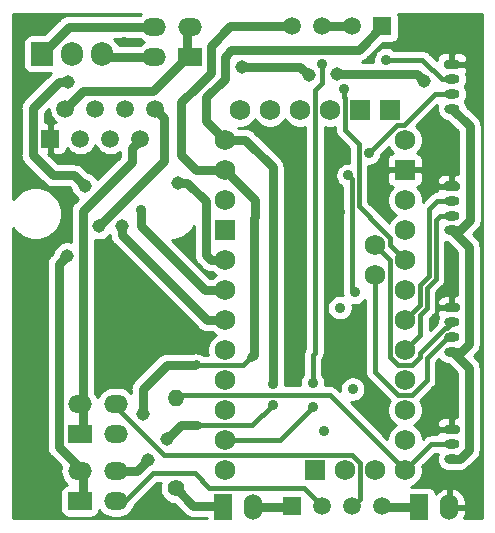
<source format=gbr>
%TF.GenerationSoftware,KiCad,Pcbnew,5.1.9-73d0e3b20d~88~ubuntu20.04.1*%
%TF.CreationDate,2021-04-29T00:31:08+02:00*%
%TF.ProjectId,Node,4e6f6465-2e6b-4696-9361-645f70636258,rev?*%
%TF.SameCoordinates,Original*%
%TF.FileFunction,Copper,L1,Top*%
%TF.FilePolarity,Positive*%
%FSLAX46Y46*%
G04 Gerber Fmt 4.6, Leading zero omitted, Abs format (unit mm)*
G04 Created by KiCad (PCBNEW 5.1.9-73d0e3b20d~88~ubuntu20.04.1) date 2021-04-29 00:31:08*
%MOMM*%
%LPD*%
G01*
G04 APERTURE LIST*
%TA.AperFunction,ComponentPad*%
%ADD10O,1.400000X1.400000*%
%TD*%
%TA.AperFunction,ComponentPad*%
%ADD11C,1.400000*%
%TD*%
%TA.AperFunction,ComponentPad*%
%ADD12R,1.998980X1.524000*%
%TD*%
%TA.AperFunction,ComponentPad*%
%ADD13O,1.998980X1.524000*%
%TD*%
%TA.AperFunction,ComponentPad*%
%ADD14R,1.500000X1.500000*%
%TD*%
%TA.AperFunction,ComponentPad*%
%ADD15C,1.500000*%
%TD*%
%TA.AperFunction,ComponentPad*%
%ADD16R,1.524000X2.199640*%
%TD*%
%TA.AperFunction,ComponentPad*%
%ADD17O,1.524000X2.199640*%
%TD*%
%TA.AperFunction,ComponentPad*%
%ADD18O,1.300000X0.800000*%
%TD*%
%TA.AperFunction,ComponentPad*%
%ADD19R,1.508000X1.508000*%
%TD*%
%TA.AperFunction,ComponentPad*%
%ADD20C,1.508000*%
%TD*%
%TA.AperFunction,ComponentPad*%
%ADD21R,1.905000X2.000000*%
%TD*%
%TA.AperFunction,ComponentPad*%
%ADD22O,1.905000X2.000000*%
%TD*%
%TA.AperFunction,ComponentPad*%
%ADD23C,1.727200*%
%TD*%
%TA.AperFunction,ComponentPad*%
%ADD24R,1.727200X1.727200*%
%TD*%
%TA.AperFunction,ViaPad*%
%ADD25C,0.889000*%
%TD*%
%TA.AperFunction,ViaPad*%
%ADD26C,1.143000*%
%TD*%
%TA.AperFunction,Conductor*%
%ADD27C,0.762000*%
%TD*%
%TA.AperFunction,Conductor*%
%ADD28C,0.381000*%
%TD*%
%TA.AperFunction,Conductor*%
%ADD29C,0.254000*%
%TD*%
%TA.AperFunction,Conductor*%
%ADD30C,0.100000*%
%TD*%
G04 APERTURE END LIST*
D10*
%TO.P,R1,2*%
%TO.N,/1WIRE*%
X107100000Y-117880000D03*
D11*
%TO.P,R1,1*%
%TO.N,/5V*%
X107100000Y-125500000D03*
%TD*%
D12*
%TO.P,J1,1*%
%TO.N,+12V*%
X108318920Y-88970000D03*
D13*
%TO.P,J1,2*%
%TO.N,/5V*%
X105281080Y-88970000D03*
%TO.P,J1,3*%
%TO.N,+12V*%
X108318920Y-86430000D03*
%TO.P,J1,4*%
%TO.N,/12V_IN*%
X105281080Y-86430000D03*
%TD*%
D12*
%TO.P,J2,1*%
%TO.N,/RX_B*%
X98981080Y-126570000D03*
D13*
%TO.P,J2,2*%
%TO.N,Net-(J2-Pad2)*%
X102018920Y-126570000D03*
%TO.P,J2,3*%
%TO.N,/RX_B*%
X98981080Y-124030000D03*
%TO.P,J2,4*%
%TO.N,/TX*%
X102018920Y-124030000D03*
%TD*%
D12*
%TO.P,J3,1*%
%TO.N,/TX_A*%
X98981080Y-120870000D03*
D13*
%TO.P,J3,2*%
%TO.N,/RX*%
X102018920Y-120870000D03*
%TO.P,J3,3*%
%TO.N,/TX_A*%
X98981080Y-118330000D03*
%TO.P,J3,4*%
%TO.N,Net-(J3-Pad4)*%
X102018920Y-118330000D03*
%TD*%
D14*
%TO.P,J4,1*%
%TO.N,GND*%
X96500000Y-95900000D03*
D15*
%TO.P,J4,2*%
%TO.N,+12V*%
X97770000Y-93360000D03*
%TO.P,J4,3*%
%TO.N,/REQ*%
X99040000Y-95900000D03*
%TO.P,J4,4*%
%TO.N,/RES*%
X100310000Y-93360000D03*
%TO.P,J4,5*%
%TO.N,/D2*%
X101580000Y-95900000D03*
%TO.P,J4,6*%
%TO.N,/RST*%
X102850000Y-93360000D03*
%TO.P,J4,7*%
%TO.N,/TX_A*%
X104120000Y-95900000D03*
%TO.P,J4,8*%
%TO.N,/RX_B*%
X105390000Y-93360000D03*
%TD*%
D16*
%TO.P,JP1,1*%
%TO.N,/GND_MAX485*%
X127730000Y-127100000D03*
D17*
%TO.P,JP1,2*%
%TO.N,GND*%
X130270000Y-127100000D03*
%TD*%
%TO.P,JP2,2*%
%TO.N,/5V_MAX485*%
X113670000Y-127100000D03*
D16*
%TO.P,JP2,1*%
%TO.N,/5V*%
X111130000Y-127100000D03*
%TD*%
%TO.P,OUT1,1*%
%TO.N,GND*%
%TA.AperFunction,ComponentPad*%
G36*
G01*
X130050000Y-89200000D02*
X130950000Y-89200000D01*
G75*
G02*
X131150000Y-89400000I0J-200000D01*
G01*
X131150000Y-89800000D01*
G75*
G02*
X130950000Y-90000000I-200000J0D01*
G01*
X130050000Y-90000000D01*
G75*
G02*
X129850000Y-89800000I0J200000D01*
G01*
X129850000Y-89400000D01*
G75*
G02*
X130050000Y-89200000I200000J0D01*
G01*
G37*
%TD.AperFunction*%
D18*
%TO.P,OUT1,2*%
%TO.N,/A3*%
X130500000Y-90850000D03*
%TO.P,OUT1,3*%
%TO.N,/A2*%
X130500000Y-92100000D03*
%TO.P,OUT1,4*%
%TO.N,/5V*%
X130500000Y-93350000D03*
%TD*%
%TO.P,OUT2,4*%
%TO.N,/5V*%
X130500000Y-103650000D03*
%TO.P,OUT2,3*%
%TO.N,/A0*%
X130500000Y-102400000D03*
%TO.P,OUT2,2*%
%TO.N,/A1*%
X130500000Y-101150000D03*
%TO.P,OUT2,1*%
%TO.N,GND*%
%TA.AperFunction,ComponentPad*%
G36*
G01*
X130050000Y-99500000D02*
X130950000Y-99500000D01*
G75*
G02*
X131150000Y-99700000I0J-200000D01*
G01*
X131150000Y-100100000D01*
G75*
G02*
X130950000Y-100300000I-200000J0D01*
G01*
X130050000Y-100300000D01*
G75*
G02*
X129850000Y-100100000I0J200000D01*
G01*
X129850000Y-99700000D01*
G75*
G02*
X130050000Y-99500000I200000J0D01*
G01*
G37*
%TD.AperFunction*%
%TD*%
%TO.P,OUT3,1*%
%TO.N,GND*%
%TA.AperFunction,ComponentPad*%
G36*
G01*
X130050000Y-109800000D02*
X130950000Y-109800000D01*
G75*
G02*
X131150000Y-110000000I0J-200000D01*
G01*
X131150000Y-110400000D01*
G75*
G02*
X130950000Y-110600000I-200000J0D01*
G01*
X130050000Y-110600000D01*
G75*
G02*
X129850000Y-110400000I0J200000D01*
G01*
X129850000Y-110000000D01*
G75*
G02*
X130050000Y-109800000I200000J0D01*
G01*
G37*
%TD.AperFunction*%
%TO.P,OUT3,2*%
%TO.N,/SCL*%
X130500000Y-111450000D03*
%TO.P,OUT3,3*%
%TO.N,/SDA*%
X130500000Y-112700000D03*
%TO.P,OUT3,4*%
%TO.N,/5V*%
X130500000Y-113950000D03*
%TD*%
%TO.P,OUT4,1*%
%TO.N,GND*%
%TA.AperFunction,ComponentPad*%
G36*
G01*
X130050000Y-120100000D02*
X130950000Y-120100000D01*
G75*
G02*
X131150000Y-120300000I0J-200000D01*
G01*
X131150000Y-120700000D01*
G75*
G02*
X130950000Y-120900000I-200000J0D01*
G01*
X130050000Y-120900000D01*
G75*
G02*
X129850000Y-120700000I0J200000D01*
G01*
X129850000Y-120300000D01*
G75*
G02*
X130050000Y-120100000I200000J0D01*
G01*
G37*
%TD.AperFunction*%
%TO.P,OUT4,2*%
%TO.N,/1WIRE*%
X130500000Y-121750000D03*
%TO.P,OUT4,3*%
%TO.N,/5V*%
X130500000Y-123000000D03*
%TD*%
D19*
%TO.P,U1,J1.1*%
%TO.N,/TX*%
X124610000Y-86380000D03*
D20*
%TO.P,U1,J1.2*%
%TO.N,/RS485_DE*%
X122070000Y-86380000D03*
%TO.P,U1,J1.3*%
X119530000Y-86380000D03*
%TO.P,U1,J1.4*%
%TO.N,/RX*%
X116990000Y-86380000D03*
D19*
%TO.P,U1,J2.1*%
%TO.N,/5V_MAX485*%
X116990000Y-127020000D03*
D20*
%TO.P,U1,J2.2*%
%TO.N,Net-(J2-Pad2)*%
X119530000Y-127020000D03*
%TO.P,U1,J2.3*%
%TO.N,Net-(J3-Pad4)*%
X122070000Y-127020000D03*
%TO.P,U1,J2.4*%
%TO.N,/GND_MAX485*%
X124610000Y-127020000D03*
%TD*%
D21*
%TO.P,U2,1*%
%TO.N,/12V_IN*%
X95800000Y-88700000D03*
D22*
%TO.P,U2,2*%
%TO.N,GND*%
X98340000Y-88700000D03*
%TO.P,U2,3*%
%TO.N,/5V*%
X100880000Y-88700000D03*
%TD*%
D23*
%TO.P,XA1,A4*%
%TO.N,/SDA*%
X123980000Y-107430000D03*
%TO.P,XA1,A5*%
%TO.N,/SCL*%
X123980000Y-104890000D03*
D24*
%TO.P,XA1,GND3*%
%TO.N,Net-(XA1-PadGND3)*%
X118900000Y-123940000D03*
D23*
%TO.P,XA1,A6*%
%TO.N,Net-(XA1-PadA6)*%
X121440000Y-123940000D03*
%TO.P,XA1,A7*%
%TO.N,Net-(XA1-PadA7)*%
X123980000Y-123940000D03*
%TO.P,XA1,D10*%
%TO.N,/1WIRE*%
X126520000Y-123940000D03*
%TO.P,XA1,D11*%
%TO.N,Net-(XA1-PadD11)*%
X126520000Y-121400000D03*
%TO.P,XA1,D12*%
%TO.N,Net-(XA1-PadD12)*%
X126520000Y-118860000D03*
%TO.P,XA1,D13*%
%TO.N,Net-(XA1-PadD13)*%
X126520000Y-116320000D03*
%TO.P,XA1,A0*%
%TO.N,/A0*%
X126520000Y-113780000D03*
%TO.P,XA1,A1*%
%TO.N,/A1*%
X126520000Y-111240000D03*
%TO.P,XA1,A2*%
%TO.N,/A2*%
X126520000Y-108700000D03*
%TO.P,XA1,A3*%
%TO.N,/A3*%
X126520000Y-106160000D03*
%TO.P,XA1,Vcc1*%
%TO.N,/5V*%
X126520000Y-103620000D03*
%TO.P,XA1,RST2*%
%TO.N,Net-(XA1-PadRST2)*%
X126520000Y-101080000D03*
D24*
%TO.P,XA1,GND2*%
%TO.N,GND*%
X126520000Y-98540000D03*
D23*
%TO.P,XA1,RAW*%
%TO.N,Net-(XA1-PadRAW)*%
X126520000Y-96000000D03*
D24*
%TO.P,XA1,GND5*%
%TO.N,N/C*%
X125250000Y-93460000D03*
%TO.P,XA1,GND4*%
%TO.N,Net-(XA1-PadGND4)*%
X122710000Y-93460000D03*
D23*
%TO.P,XA1,Vcc2*%
%TO.N,Net-(XA1-PadVcc2)*%
X120170000Y-93460000D03*
%TO.P,XA1,RXI*%
%TO.N,Net-(XA1-PadRXI)*%
X117630000Y-93460000D03*
%TO.P,XA1,TXO*%
%TO.N,Net-(XA1-PadTXO)*%
X115090000Y-93460000D03*
%TO.P,XA1,DTR*%
%TO.N,Net-(XA1-PadDTR)*%
X112550000Y-93460000D03*
%TO.P,XA1,D1*%
%TO.N,/TX*%
X111280000Y-96000000D03*
%TO.P,XA1,D0*%
%TO.N,/RX*%
X111280000Y-98540000D03*
%TO.P,XA1,RST1*%
%TO.N,/RST*%
X111280000Y-101080000D03*
D24*
%TO.P,XA1,GND1*%
%TO.N,GND*%
X111280000Y-103620000D03*
D23*
%TO.P,XA1,D2*%
%TO.N,/D2*%
X111280000Y-106160000D03*
%TO.P,XA1,D3*%
%TO.N,/REQ*%
X111280000Y-108700000D03*
%TO.P,XA1,D4*%
%TO.N,/RES*%
X111280000Y-111240000D03*
%TO.P,XA1,D5*%
%TO.N,Net-(XA1-PadD5)*%
X111280000Y-113780000D03*
%TO.P,XA1,D6*%
%TO.N,Net-(XA1-PadD6)*%
X111280000Y-116320000D03*
%TO.P,XA1,D7*%
%TO.N,Net-(XA1-PadD7)*%
X111280000Y-118860000D03*
%TO.P,XA1,D8*%
%TO.N,/RS485_DE*%
X111280000Y-121400000D03*
%TO.P,XA1,D9*%
%TO.N,Net-(XA1-PadD9)*%
X111280000Y-123940000D03*
%TD*%
D25*
%TO.N,*%
X121000000Y-110200000D03*
X119700000Y-120600000D03*
X122100000Y-117100000D03*
D26*
%TO.N,/5V*%
X112700000Y-89800000D03*
X118357000Y-90500000D03*
X120800000Y-90400000D03*
X128100000Y-91000000D03*
%TO.N,/RX_B*%
X100600000Y-103300000D03*
X97896500Y-105800000D03*
%TO.N,/TX*%
X104800000Y-123100000D03*
X106400000Y-121300000D03*
D25*
X115313001Y-118409101D03*
X115313001Y-116700000D03*
D26*
%TO.N,/RX*%
X104300000Y-119200000D03*
D25*
%TO.N,GND*%
X121000000Y-102100000D03*
X95700000Y-111400000D03*
X95900000Y-118900000D03*
X129400000Y-86200000D03*
X105000000Y-127300000D03*
X96400000Y-125300000D03*
X123800000Y-99300000D03*
X120800000Y-96400000D03*
X130400000Y-97400000D03*
X102700000Y-87700000D03*
X116900000Y-101100000D03*
X108300000Y-112600000D03*
X101400000Y-106400000D03*
X94700000Y-107300000D03*
X108000000Y-104700000D03*
%TO.N,/REQ*%
X104200000Y-101900000D03*
D26*
%TO.N,/RES*%
X98000000Y-91100000D03*
X102542927Y-103242927D03*
X99400000Y-99900000D03*
%TO.N,/D2*%
X107300000Y-99600000D03*
D25*
%TO.N,/A3*%
X124900000Y-89193500D03*
X121337308Y-91689541D03*
%TO.N,/A2*%
X123435000Y-97100000D03*
X121700000Y-99000000D03*
X122300000Y-108900000D03*
%TO.N,/RS485_DE*%
X119500000Y-89606500D03*
X118700000Y-118600000D03*
X118700000Y-116600000D03*
%TD*%
D27*
%TO.N,+12V*%
X108070000Y-88970000D02*
X108070000Y-86430000D01*
X108070000Y-88970000D02*
X107982272Y-88970000D01*
X105192001Y-91847999D02*
X108070000Y-88970000D01*
X99282001Y-91847999D02*
X105192001Y-91847999D01*
X97770000Y-93360000D02*
X99282001Y-91847999D01*
%TO.N,/5V*%
X130500000Y-113950000D02*
X131250000Y-113950000D01*
X131912010Y-105062010D02*
X130500000Y-103650000D01*
X131912010Y-113287990D02*
X131912010Y-105062010D01*
X131250000Y-113950000D02*
X131912010Y-113287990D01*
X131143330Y-103650000D02*
X131993330Y-102800000D01*
X130500000Y-103650000D02*
X131143330Y-103650000D01*
X131993330Y-94843330D02*
X130500000Y-93350000D01*
X131993330Y-102800000D02*
X131993330Y-94843330D01*
X130500000Y-113950000D02*
X130550000Y-113950000D01*
X131912010Y-115312010D02*
X131912010Y-122231320D01*
X130550000Y-113950000D02*
X131912010Y-115312010D01*
X131143330Y-123000000D02*
X130500000Y-123000000D01*
X131912010Y-122231320D02*
X131143330Y-123000000D01*
X101150000Y-88970000D02*
X100880000Y-88700000D01*
X105530000Y-88970000D02*
X101150000Y-88970000D01*
X107100000Y-125500000D02*
X108600000Y-127000000D01*
X111030000Y-127000000D02*
X111130000Y-127100000D01*
X108600000Y-127000000D02*
X111030000Y-127000000D01*
X117657000Y-89800000D02*
X118357000Y-90500000D01*
X112700000Y-89800000D02*
X117657000Y-89800000D01*
X127500000Y-90400000D02*
X128100000Y-91000000D01*
X120800000Y-90400000D02*
X127500000Y-90400000D01*
%TO.N,/RX_B*%
X106139999Y-97760001D02*
X100600000Y-103300000D01*
X106139999Y-94109999D02*
X106139999Y-97760001D01*
X105390000Y-93360000D02*
X106139999Y-94109999D01*
X97219589Y-122019589D02*
X99230000Y-124030000D01*
X97219589Y-106476911D02*
X97219589Y-122019589D01*
X97896500Y-105800000D02*
X97219589Y-106476911D01*
X99230000Y-124030000D02*
X99230000Y-126570000D01*
D28*
%TO.N,Net-(J2-Pad2)*%
X117938670Y-125428670D02*
X109928670Y-125428670D01*
X119530000Y-127020000D02*
X117938670Y-125428670D01*
X108728499Y-124228499D02*
X105171501Y-124228499D01*
X109928670Y-125428670D02*
X108728499Y-124228499D01*
X102830000Y-126570000D02*
X101770000Y-126570000D01*
X105171501Y-124228499D02*
X102830000Y-126570000D01*
D27*
%TO.N,/TX*%
X109638472Y-94358472D02*
X111280000Y-96000000D01*
X111243009Y-90795463D02*
X109638472Y-92400000D01*
X109638472Y-92400000D02*
X109638472Y-94358472D01*
X111800000Y-88400000D02*
X111243010Y-88956990D01*
X111243010Y-88956990D02*
X111243009Y-90795463D01*
X124610000Y-86380000D02*
X122590000Y-88400000D01*
X122590000Y-88400000D02*
X111800000Y-88400000D01*
X103870000Y-124030000D02*
X104800000Y-123100000D01*
X101770000Y-124030000D02*
X103870000Y-124030000D01*
X106400000Y-121300000D02*
X107600000Y-120100000D01*
X107600000Y-120100000D02*
X108900000Y-120100000D01*
D28*
X113608001Y-120114101D02*
X115313001Y-118409101D01*
X108914101Y-120114101D02*
X113608001Y-120114101D01*
X108900000Y-120100000D02*
X108914101Y-120114101D01*
D27*
X111280000Y-96000000D02*
X113000000Y-96000000D01*
X115313001Y-98313001D02*
X115313001Y-116621591D01*
X113000000Y-96000000D02*
X115313001Y-98313001D01*
D28*
%TO.N,Net-(J3-Pad4)*%
X122694101Y-123306233D02*
X122694101Y-126395899D01*
X122041969Y-122654101D02*
X122694101Y-123306233D01*
X122694101Y-126395899D02*
X122070000Y-127020000D01*
X106094101Y-122654101D02*
X122041969Y-122654101D01*
X101770000Y-118330000D02*
X106094101Y-122654101D01*
D27*
%TO.N,/TX_A*%
X99230000Y-120870000D02*
X99230000Y-118330000D01*
X103370001Y-96649999D02*
X103370001Y-97829999D01*
X104120000Y-95900000D02*
X103370001Y-96649999D01*
X99230000Y-101970000D02*
X99230000Y-118330000D01*
X103370001Y-97829999D02*
X99230000Y-101970000D01*
%TO.N,/RX*%
X116990000Y-86380000D02*
X116820000Y-86380000D01*
X111720000Y-86380000D02*
X110100000Y-88000000D01*
X110100000Y-90322012D02*
X109000000Y-91422012D01*
X110100000Y-88000000D02*
X110100000Y-90322012D01*
X109000000Y-91422012D02*
X108977988Y-91422012D01*
X108977988Y-91422012D02*
X107600000Y-92800000D01*
X107600000Y-92800000D02*
X107600000Y-97300000D01*
X108840000Y-98540000D02*
X111280000Y-98540000D01*
X107600000Y-97300000D02*
X108840000Y-98540000D01*
X116990000Y-86380000D02*
X111720000Y-86380000D01*
D28*
X112834101Y-115065899D02*
X113500000Y-114400000D01*
D27*
X111280000Y-98540000D02*
X113800000Y-101060000D01*
X113800000Y-102500000D02*
X113700000Y-102600000D01*
X113800000Y-101060000D02*
X113800000Y-102500000D01*
X113700000Y-114200000D02*
X113500000Y-114400000D01*
X113700000Y-102600000D02*
X113700000Y-114200000D01*
X104300000Y-117100000D02*
X106334101Y-115065899D01*
X104300000Y-119200000D02*
X104300000Y-117100000D01*
X108734101Y-115065899D02*
X108800000Y-115000000D01*
X106634101Y-115065899D02*
X108734101Y-115065899D01*
D28*
X106334101Y-115065899D02*
X106634101Y-115065899D01*
X106634101Y-115065899D02*
X112834101Y-115065899D01*
D27*
%TO.N,/REQ*%
X104200000Y-103285762D02*
X109614238Y-108700000D01*
X109614238Y-108700000D02*
X111280000Y-108700000D01*
X104200000Y-101900000D02*
X104200000Y-103285762D01*
%TO.N,/RES*%
X94987999Y-97259601D02*
X96728398Y-99000000D01*
X94987999Y-93303778D02*
X94987999Y-97259601D01*
X97191777Y-91100000D02*
X94987999Y-93303778D01*
X98000000Y-91100000D02*
X97191777Y-91100000D01*
X109731777Y-111240000D02*
X111280000Y-111240000D01*
X102542927Y-104051150D02*
X109731777Y-111240000D01*
X102542927Y-103242927D02*
X102542927Y-104051150D01*
X98500000Y-99000000D02*
X99400000Y-99900000D01*
X96728398Y-99000000D02*
X98500000Y-99000000D01*
%TO.N,/D2*%
X109654399Y-105755713D02*
X110058686Y-106160000D01*
X109654399Y-101146176D02*
X109654399Y-105755713D01*
X108108223Y-99600000D02*
X109654399Y-101146176D01*
X110058686Y-106160000D02*
X111280000Y-106160000D01*
X107300000Y-99600000D02*
X108108223Y-99600000D01*
D28*
%TO.N,/A3*%
X125234101Y-104874101D02*
X126520000Y-106160000D01*
X125234101Y-104288031D02*
X125234101Y-104874101D01*
X130500000Y-90850000D02*
X130250000Y-90850000D01*
X124581969Y-103635899D02*
X124581969Y-103581969D01*
X125234101Y-104288031D02*
X124581969Y-103635899D01*
X124581969Y-103581969D02*
X122600000Y-101600000D01*
X122600000Y-101600000D02*
X122600000Y-98063930D01*
X127985142Y-89193500D02*
X124900000Y-89193500D01*
X129641642Y-90850000D02*
X127985142Y-89193500D01*
X130500000Y-90850000D02*
X129641642Y-90850000D01*
X122600000Y-96351798D02*
X122600000Y-101600000D01*
X121424101Y-95175899D02*
X122600000Y-96351798D01*
X121424101Y-92404951D02*
X121424101Y-95175899D01*
X121337308Y-92318158D02*
X121424101Y-92404951D01*
X121337308Y-91689541D02*
X121337308Y-92318158D01*
%TO.N,/A2*%
X130500000Y-92100000D02*
X130126078Y-92100000D01*
X125820899Y-94714101D02*
X123435000Y-97100000D01*
X129040102Y-92100000D02*
X126426001Y-94714101D01*
X126426001Y-94714101D02*
X125820899Y-94714101D01*
X130500000Y-92100000D02*
X129040102Y-92100000D01*
X122016001Y-108616001D02*
X122300000Y-108900000D01*
X122016001Y-99316001D02*
X122016001Y-108616001D01*
X121700000Y-99000000D02*
X122016001Y-99316001D01*
%TO.N,/A0*%
X127774101Y-110807571D02*
X127774101Y-112525899D01*
X128355110Y-110226562D02*
X127774101Y-110807571D01*
X127774101Y-112525899D02*
X126520000Y-113780000D01*
X128355111Y-108508233D02*
X128355110Y-110226562D01*
X129117120Y-107746224D02*
X128355111Y-108508233D01*
X129117120Y-102751880D02*
X129117120Y-107746224D01*
X129469000Y-102400000D02*
X129117120Y-102751880D01*
X130500000Y-102400000D02*
X129469000Y-102400000D01*
%TO.N,/A1*%
X129250000Y-101150000D02*
X128536111Y-101863889D01*
X130500000Y-101150000D02*
X129250000Y-101150000D01*
X128536111Y-101863889D02*
X128536110Y-107505562D01*
X127774101Y-109985899D02*
X126520000Y-111240000D01*
X127774101Y-108267571D02*
X127774101Y-109985899D01*
X128536110Y-107505562D02*
X127774101Y-108267571D01*
%TO.N,/SCL*%
X125265899Y-106175899D02*
X123980000Y-104890000D01*
X125265899Y-114381969D02*
X125265899Y-106175899D01*
X127121969Y-115034101D02*
X125918031Y-115034101D01*
X127774101Y-114381969D02*
X127121969Y-115034101D01*
X127774101Y-114057950D02*
X127774101Y-114381969D01*
X129922561Y-111909490D02*
X127774101Y-114057950D01*
X130090510Y-111909490D02*
X129922561Y-111909490D01*
X130500000Y-111500000D02*
X130090510Y-111909490D01*
X125918031Y-115034101D02*
X125265899Y-114381969D01*
X130500000Y-111450000D02*
X130500000Y-111500000D01*
%TO.N,/SDA*%
X125918031Y-117574101D02*
X123980000Y-115636070D01*
X127121969Y-117574101D02*
X125918031Y-117574101D01*
X123980000Y-115636070D02*
X123980000Y-107430000D01*
X128355111Y-116340959D02*
X127121969Y-117574101D01*
X128355111Y-114470967D02*
X128355111Y-116340959D01*
X130126078Y-112700000D02*
X128355111Y-114470967D01*
X130500000Y-112700000D02*
X130126078Y-112700000D01*
D27*
%TO.N,/RS485_DE*%
X122070000Y-86380000D02*
X119530000Y-86380000D01*
D28*
X114300000Y-121400000D02*
X111280000Y-121400000D01*
X118884101Y-91777601D02*
X118884101Y-114015899D01*
X119500000Y-91161702D02*
X118884101Y-91777601D01*
X119500000Y-89606500D02*
X119500000Y-91161702D01*
X115900000Y-121400000D02*
X118700000Y-118600000D01*
X114300000Y-121400000D02*
X115900000Y-121400000D01*
X118700000Y-114200000D02*
X118884101Y-114015899D01*
X118700000Y-116600000D02*
X118700000Y-114200000D01*
D27*
%TO.N,/12V_IN*%
X98070000Y-86430000D02*
X95800000Y-88700000D01*
X105530000Y-86430000D02*
X98070000Y-86430000D01*
%TO.N,/GND_MAX485*%
X124690000Y-127100000D02*
X124610000Y-127020000D01*
X127730000Y-127100000D02*
X124690000Y-127100000D01*
%TO.N,/5V_MAX485*%
X116910000Y-127100000D02*
X116990000Y-127020000D01*
X113670000Y-127100000D02*
X116910000Y-127100000D01*
D28*
%TO.N,/1WIRE*%
X128710000Y-121750000D02*
X130500000Y-121750000D01*
X126520000Y-123940000D02*
X128710000Y-121750000D01*
X120154101Y-117574101D02*
X126520000Y-123940000D01*
X107405899Y-117574101D02*
X120154101Y-117574101D01*
X107100000Y-117880000D02*
X107405899Y-117574101D01*
%TD*%
D29*
%TO.N,GND*%
X104079485Y-85414000D02*
X98119902Y-85414000D01*
X98070000Y-85409085D01*
X98020098Y-85414000D01*
X97870829Y-85428702D01*
X97679313Y-85486798D01*
X97502810Y-85581140D01*
X97348104Y-85708104D01*
X97316292Y-85746867D01*
X96001232Y-87061928D01*
X94847500Y-87061928D01*
X94723018Y-87074188D01*
X94603320Y-87110498D01*
X94493006Y-87169463D01*
X94396315Y-87248815D01*
X94316963Y-87345506D01*
X94257998Y-87455820D01*
X94221688Y-87575518D01*
X94209428Y-87700000D01*
X94209428Y-89700000D01*
X94221688Y-89824482D01*
X94257998Y-89944180D01*
X94316963Y-90054494D01*
X94396315Y-90151185D01*
X94493006Y-90230537D01*
X94603320Y-90289502D01*
X94723018Y-90325812D01*
X94847500Y-90338072D01*
X96518660Y-90338072D01*
X96469881Y-90378104D01*
X96438069Y-90416867D01*
X94304871Y-92550066D01*
X94266103Y-92581882D01*
X94139139Y-92736588D01*
X94044797Y-92913092D01*
X94013173Y-93017343D01*
X93986701Y-93104608D01*
X93967084Y-93303778D01*
X93971999Y-93353680D01*
X93972000Y-97209689D01*
X93967084Y-97259601D01*
X93986701Y-97458771D01*
X94024901Y-97584698D01*
X94044798Y-97650288D01*
X94139140Y-97826791D01*
X94266104Y-97981497D01*
X94304867Y-98013309D01*
X95974690Y-99683133D01*
X96006502Y-99721896D01*
X96161208Y-99848860D01*
X96256883Y-99899999D01*
X96337710Y-99943202D01*
X96529227Y-100001298D01*
X96728398Y-100020915D01*
X96778300Y-100016000D01*
X98079160Y-100016000D01*
X98221188Y-100158029D01*
X98239865Y-100251923D01*
X98330813Y-100471492D01*
X98462850Y-100669099D01*
X98630901Y-100837150D01*
X98807806Y-100955354D01*
X98546872Y-101216288D01*
X98508104Y-101248104D01*
X98381140Y-101402810D01*
X98286798Y-101579314D01*
X98247063Y-101710302D01*
X98228702Y-101770830D01*
X98209085Y-101970000D01*
X98214000Y-102019902D01*
X98214000Y-104633018D01*
X98015330Y-104593500D01*
X97777670Y-104593500D01*
X97544577Y-104639865D01*
X97325008Y-104730813D01*
X97127401Y-104862850D01*
X96959350Y-105030901D01*
X96827313Y-105228508D01*
X96736365Y-105448077D01*
X96717688Y-105541972D01*
X96536462Y-105723198D01*
X96497693Y-105755015D01*
X96370729Y-105909721D01*
X96276387Y-106086225D01*
X96249185Y-106175899D01*
X96218291Y-106277741D01*
X96198674Y-106476911D01*
X96203589Y-106526813D01*
X96203590Y-121969677D01*
X96198674Y-122019589D01*
X96218291Y-122218759D01*
X96254059Y-122336667D01*
X96276388Y-122410276D01*
X96370730Y-122586779D01*
X96497694Y-122741485D01*
X96536457Y-122773297D01*
X97402297Y-123639137D01*
X97366804Y-123756140D01*
X97339831Y-124030000D01*
X97366804Y-124303860D01*
X97446686Y-124567195D01*
X97576407Y-124809887D01*
X97750982Y-125022608D01*
X97935968Y-125174421D01*
X97857108Y-125182188D01*
X97737410Y-125218498D01*
X97627096Y-125277463D01*
X97530405Y-125356815D01*
X97451053Y-125453506D01*
X97392088Y-125563820D01*
X97355778Y-125683518D01*
X97343518Y-125808000D01*
X97343518Y-127332000D01*
X97355778Y-127456482D01*
X97392088Y-127576180D01*
X97451053Y-127686494D01*
X97530405Y-127783185D01*
X97627096Y-127862537D01*
X97737410Y-127921502D01*
X97857108Y-127957812D01*
X97981590Y-127970072D01*
X99980570Y-127970072D01*
X100105052Y-127957812D01*
X100224750Y-127921502D01*
X100335064Y-127862537D01*
X100431755Y-127783185D01*
X100511107Y-127686494D01*
X100570072Y-127576180D01*
X100606382Y-127456482D01*
X100616598Y-127352752D01*
X100788822Y-127562608D01*
X101001543Y-127737183D01*
X101244235Y-127866904D01*
X101507570Y-127946786D01*
X101712805Y-127967000D01*
X102325035Y-127967000D01*
X102530270Y-127946786D01*
X102793605Y-127866904D01*
X103036297Y-127737183D01*
X103249018Y-127562608D01*
X103423593Y-127349887D01*
X103553314Y-127107195D01*
X103593843Y-126973589D01*
X105513434Y-125053999D01*
X105839747Y-125053999D01*
X105816304Y-125110595D01*
X105765000Y-125368514D01*
X105765000Y-125631486D01*
X105816304Y-125889405D01*
X105916939Y-126132359D01*
X106063038Y-126351013D01*
X106248987Y-126536962D01*
X106467641Y-126683061D01*
X106710595Y-126783696D01*
X106968514Y-126835000D01*
X106998160Y-126835000D01*
X107846292Y-127683133D01*
X107878104Y-127721896D01*
X108032810Y-127848860D01*
X108209313Y-127943202D01*
X108314186Y-127975015D01*
X108400828Y-128001298D01*
X108420177Y-128003204D01*
X108550098Y-128016000D01*
X108550105Y-128016000D01*
X108599999Y-128020914D01*
X108649893Y-128016000D01*
X109729928Y-128016000D01*
X109729928Y-128040000D01*
X93360000Y-128040000D01*
X93360000Y-103474240D01*
X93493962Y-103674729D01*
X93805271Y-103986038D01*
X94171331Y-104230631D01*
X94578075Y-104399110D01*
X95009872Y-104485000D01*
X95450128Y-104485000D01*
X95881925Y-104399110D01*
X96288669Y-104230631D01*
X96654729Y-103986038D01*
X96966038Y-103674729D01*
X97210631Y-103308669D01*
X97379110Y-102901925D01*
X97465000Y-102470128D01*
X97465000Y-102029872D01*
X97379110Y-101598075D01*
X97210631Y-101191331D01*
X96966038Y-100825271D01*
X96654729Y-100513962D01*
X96288669Y-100269369D01*
X95881925Y-100100890D01*
X95450128Y-100015000D01*
X95009872Y-100015000D01*
X94578075Y-100100890D01*
X94171331Y-100269369D01*
X93805271Y-100513962D01*
X93493962Y-100825271D01*
X93360000Y-101025760D01*
X93360000Y-85360000D01*
X104145285Y-85360000D01*
X104079485Y-85414000D01*
%TA.AperFunction,Conductor*%
D30*
G36*
X104079485Y-85414000D02*
G01*
X98119902Y-85414000D01*
X98070000Y-85409085D01*
X98020098Y-85414000D01*
X97870829Y-85428702D01*
X97679313Y-85486798D01*
X97502810Y-85581140D01*
X97348104Y-85708104D01*
X97316292Y-85746867D01*
X96001232Y-87061928D01*
X94847500Y-87061928D01*
X94723018Y-87074188D01*
X94603320Y-87110498D01*
X94493006Y-87169463D01*
X94396315Y-87248815D01*
X94316963Y-87345506D01*
X94257998Y-87455820D01*
X94221688Y-87575518D01*
X94209428Y-87700000D01*
X94209428Y-89700000D01*
X94221688Y-89824482D01*
X94257998Y-89944180D01*
X94316963Y-90054494D01*
X94396315Y-90151185D01*
X94493006Y-90230537D01*
X94603320Y-90289502D01*
X94723018Y-90325812D01*
X94847500Y-90338072D01*
X96518660Y-90338072D01*
X96469881Y-90378104D01*
X96438069Y-90416867D01*
X94304871Y-92550066D01*
X94266103Y-92581882D01*
X94139139Y-92736588D01*
X94044797Y-92913092D01*
X94013173Y-93017343D01*
X93986701Y-93104608D01*
X93967084Y-93303778D01*
X93971999Y-93353680D01*
X93972000Y-97209689D01*
X93967084Y-97259601D01*
X93986701Y-97458771D01*
X94024901Y-97584698D01*
X94044798Y-97650288D01*
X94139140Y-97826791D01*
X94266104Y-97981497D01*
X94304867Y-98013309D01*
X95974690Y-99683133D01*
X96006502Y-99721896D01*
X96161208Y-99848860D01*
X96256883Y-99899999D01*
X96337710Y-99943202D01*
X96529227Y-100001298D01*
X96728398Y-100020915D01*
X96778300Y-100016000D01*
X98079160Y-100016000D01*
X98221188Y-100158029D01*
X98239865Y-100251923D01*
X98330813Y-100471492D01*
X98462850Y-100669099D01*
X98630901Y-100837150D01*
X98807806Y-100955354D01*
X98546872Y-101216288D01*
X98508104Y-101248104D01*
X98381140Y-101402810D01*
X98286798Y-101579314D01*
X98247063Y-101710302D01*
X98228702Y-101770830D01*
X98209085Y-101970000D01*
X98214000Y-102019902D01*
X98214000Y-104633018D01*
X98015330Y-104593500D01*
X97777670Y-104593500D01*
X97544577Y-104639865D01*
X97325008Y-104730813D01*
X97127401Y-104862850D01*
X96959350Y-105030901D01*
X96827313Y-105228508D01*
X96736365Y-105448077D01*
X96717688Y-105541972D01*
X96536462Y-105723198D01*
X96497693Y-105755015D01*
X96370729Y-105909721D01*
X96276387Y-106086225D01*
X96249185Y-106175899D01*
X96218291Y-106277741D01*
X96198674Y-106476911D01*
X96203589Y-106526813D01*
X96203590Y-121969677D01*
X96198674Y-122019589D01*
X96218291Y-122218759D01*
X96254059Y-122336667D01*
X96276388Y-122410276D01*
X96370730Y-122586779D01*
X96497694Y-122741485D01*
X96536457Y-122773297D01*
X97402297Y-123639137D01*
X97366804Y-123756140D01*
X97339831Y-124030000D01*
X97366804Y-124303860D01*
X97446686Y-124567195D01*
X97576407Y-124809887D01*
X97750982Y-125022608D01*
X97935968Y-125174421D01*
X97857108Y-125182188D01*
X97737410Y-125218498D01*
X97627096Y-125277463D01*
X97530405Y-125356815D01*
X97451053Y-125453506D01*
X97392088Y-125563820D01*
X97355778Y-125683518D01*
X97343518Y-125808000D01*
X97343518Y-127332000D01*
X97355778Y-127456482D01*
X97392088Y-127576180D01*
X97451053Y-127686494D01*
X97530405Y-127783185D01*
X97627096Y-127862537D01*
X97737410Y-127921502D01*
X97857108Y-127957812D01*
X97981590Y-127970072D01*
X99980570Y-127970072D01*
X100105052Y-127957812D01*
X100224750Y-127921502D01*
X100335064Y-127862537D01*
X100431755Y-127783185D01*
X100511107Y-127686494D01*
X100570072Y-127576180D01*
X100606382Y-127456482D01*
X100616598Y-127352752D01*
X100788822Y-127562608D01*
X101001543Y-127737183D01*
X101244235Y-127866904D01*
X101507570Y-127946786D01*
X101712805Y-127967000D01*
X102325035Y-127967000D01*
X102530270Y-127946786D01*
X102793605Y-127866904D01*
X103036297Y-127737183D01*
X103249018Y-127562608D01*
X103423593Y-127349887D01*
X103553314Y-127107195D01*
X103593843Y-126973589D01*
X105513434Y-125053999D01*
X105839747Y-125053999D01*
X105816304Y-125110595D01*
X105765000Y-125368514D01*
X105765000Y-125631486D01*
X105816304Y-125889405D01*
X105916939Y-126132359D01*
X106063038Y-126351013D01*
X106248987Y-126536962D01*
X106467641Y-126683061D01*
X106710595Y-126783696D01*
X106968514Y-126835000D01*
X106998160Y-126835000D01*
X107846292Y-127683133D01*
X107878104Y-127721896D01*
X108032810Y-127848860D01*
X108209313Y-127943202D01*
X108314186Y-127975015D01*
X108400828Y-128001298D01*
X108420177Y-128003204D01*
X108550098Y-128016000D01*
X108550105Y-128016000D01*
X108599999Y-128020914D01*
X108649893Y-128016000D01*
X109729928Y-128016000D01*
X109729928Y-128040000D01*
X93360000Y-128040000D01*
X93360000Y-103474240D01*
X93493962Y-103674729D01*
X93805271Y-103986038D01*
X94171331Y-104230631D01*
X94578075Y-104399110D01*
X95009872Y-104485000D01*
X95450128Y-104485000D01*
X95881925Y-104399110D01*
X96288669Y-104230631D01*
X96654729Y-103986038D01*
X96966038Y-103674729D01*
X97210631Y-103308669D01*
X97379110Y-102901925D01*
X97465000Y-102470128D01*
X97465000Y-102029872D01*
X97379110Y-101598075D01*
X97210631Y-101191331D01*
X96966038Y-100825271D01*
X96654729Y-100513962D01*
X96288669Y-100269369D01*
X95881925Y-100100890D01*
X95450128Y-100015000D01*
X95009872Y-100015000D01*
X94578075Y-100100890D01*
X94171331Y-100269369D01*
X93805271Y-100513962D01*
X93493962Y-100825271D01*
X93360000Y-101025760D01*
X93360000Y-85360000D01*
X104145285Y-85360000D01*
X104079485Y-85414000D01*
G37*
%TD.AperFunction*%
D29*
X133040001Y-128040000D02*
X131532234Y-128040000D01*
X131615381Y-127834921D01*
X131667000Y-127564820D01*
X131667000Y-127227000D01*
X130397000Y-127227000D01*
X130397000Y-127247000D01*
X130143000Y-127247000D01*
X130143000Y-127227000D01*
X130123000Y-127227000D01*
X130123000Y-126973000D01*
X130143000Y-126973000D01*
X130143000Y-125530460D01*
X130397000Y-125530460D01*
X130397000Y-126973000D01*
X131667000Y-126973000D01*
X131667000Y-126635180D01*
X131615381Y-126365079D01*
X131512059Y-126110238D01*
X131361006Y-125880451D01*
X131168026Y-125684548D01*
X130940535Y-125530058D01*
X130687276Y-125422918D01*
X130613070Y-125407960D01*
X130397000Y-125530460D01*
X130143000Y-125530460D01*
X129926930Y-125407960D01*
X129852724Y-125422918D01*
X129599465Y-125530058D01*
X129371974Y-125684548D01*
X129178994Y-125880451D01*
X129126191Y-125960776D01*
X129117812Y-125875698D01*
X129081502Y-125756000D01*
X129022537Y-125645686D01*
X128943185Y-125548995D01*
X128846494Y-125469643D01*
X128736180Y-125410678D01*
X128616482Y-125374368D01*
X128492000Y-125362108D01*
X127002758Y-125362108D01*
X127229853Y-125268042D01*
X127475302Y-125104039D01*
X127684039Y-124895302D01*
X127848042Y-124649853D01*
X127961010Y-124377125D01*
X128018600Y-124087599D01*
X128018600Y-123792401D01*
X127988144Y-123639289D01*
X129051934Y-122575500D01*
X129303327Y-122575500D01*
X129289159Y-122602007D01*
X129229976Y-122797105D01*
X129209993Y-123000000D01*
X129229976Y-123202895D01*
X129289159Y-123397993D01*
X129385266Y-123577797D01*
X129514604Y-123735396D01*
X129672203Y-123864734D01*
X129852007Y-123960841D01*
X130047105Y-124020024D01*
X130199162Y-124035000D01*
X130800838Y-124035000D01*
X130952895Y-124020024D01*
X130966160Y-124016000D01*
X131093428Y-124016000D01*
X131143330Y-124020915D01*
X131193232Y-124016000D01*
X131342501Y-124001298D01*
X131534017Y-123943202D01*
X131710520Y-123848860D01*
X131865226Y-123721896D01*
X131897042Y-123683128D01*
X132595143Y-122985028D01*
X132633906Y-122953216D01*
X132760870Y-122798510D01*
X132855212Y-122622007D01*
X132913308Y-122430491D01*
X132928010Y-122281222D01*
X132932925Y-122231320D01*
X132928010Y-122181418D01*
X132928010Y-115361911D01*
X132932925Y-115312009D01*
X132913308Y-115112839D01*
X132883190Y-115013555D01*
X132855212Y-114921323D01*
X132760870Y-114744820D01*
X132633906Y-114590114D01*
X132595143Y-114558302D01*
X132336840Y-114300000D01*
X132595137Y-114041703D01*
X132633906Y-114009886D01*
X132760870Y-113855180D01*
X132855212Y-113678677D01*
X132913308Y-113487161D01*
X132928010Y-113337892D01*
X132928010Y-113337891D01*
X132932925Y-113287990D01*
X132928010Y-113238088D01*
X132928010Y-105111912D01*
X132932925Y-105062010D01*
X132913308Y-104862839D01*
X132855212Y-104671323D01*
X132849908Y-104661400D01*
X132760870Y-104494820D01*
X132633906Y-104340114D01*
X132595143Y-104308302D01*
X132258506Y-103971665D01*
X132676463Y-103553708D01*
X132715226Y-103521896D01*
X132842190Y-103367190D01*
X132936532Y-103190687D01*
X132994628Y-102999171D01*
X133009330Y-102849902D01*
X133009330Y-102849901D01*
X133014245Y-102800000D01*
X133009330Y-102750098D01*
X133009330Y-94893232D01*
X133014245Y-94843330D01*
X132994628Y-94644159D01*
X132936532Y-94452643D01*
X132842190Y-94276140D01*
X132747036Y-94160195D01*
X132715226Y-94121434D01*
X132676463Y-94089622D01*
X131773966Y-93187125D01*
X131770024Y-93147105D01*
X131710841Y-92952007D01*
X131614734Y-92772203D01*
X131575996Y-92725000D01*
X131614734Y-92677797D01*
X131710841Y-92497993D01*
X131770024Y-92302895D01*
X131790007Y-92100000D01*
X131770024Y-91897105D01*
X131710841Y-91702007D01*
X131614734Y-91522203D01*
X131575996Y-91475000D01*
X131614734Y-91427797D01*
X131710841Y-91247993D01*
X131770024Y-91052895D01*
X131790007Y-90850000D01*
X131770024Y-90647105D01*
X131710841Y-90452007D01*
X131667325Y-90370593D01*
X131680537Y-90354494D01*
X131739502Y-90244180D01*
X131775812Y-90124482D01*
X131788072Y-90000000D01*
X131785000Y-89885750D01*
X131626250Y-89727000D01*
X130627000Y-89727000D01*
X130627000Y-89747000D01*
X130373000Y-89747000D01*
X130373000Y-89727000D01*
X130353000Y-89727000D01*
X130353000Y-89473000D01*
X130373000Y-89473000D01*
X130373000Y-88723750D01*
X130627000Y-88723750D01*
X130627000Y-89473000D01*
X131626250Y-89473000D01*
X131785000Y-89314250D01*
X131788072Y-89200000D01*
X131775812Y-89075518D01*
X131739502Y-88955820D01*
X131680537Y-88845506D01*
X131601185Y-88748815D01*
X131504494Y-88669463D01*
X131394180Y-88610498D01*
X131274482Y-88574188D01*
X131150000Y-88561928D01*
X130785750Y-88565000D01*
X130627000Y-88723750D01*
X130373000Y-88723750D01*
X130214250Y-88565000D01*
X129850000Y-88561928D01*
X129725518Y-88574188D01*
X129605820Y-88610498D01*
X129495506Y-88669463D01*
X129398815Y-88748815D01*
X129319463Y-88845506D01*
X129260498Y-88955820D01*
X129224188Y-89075518D01*
X129211928Y-89200000D01*
X129213388Y-89254314D01*
X128597540Y-88638466D01*
X128571683Y-88606959D01*
X128445984Y-88503801D01*
X128302576Y-88427147D01*
X128146968Y-88379944D01*
X128025695Y-88368000D01*
X128025692Y-88368000D01*
X127985142Y-88364006D01*
X127944592Y-88368000D01*
X125601143Y-88368000D01*
X125588141Y-88354998D01*
X125411335Y-88236860D01*
X125214878Y-88155485D01*
X125006321Y-88114000D01*
X124793679Y-88114000D01*
X124585122Y-88155485D01*
X124388665Y-88236860D01*
X124211859Y-88354998D01*
X124061498Y-88505359D01*
X123943360Y-88682165D01*
X123861985Y-88878622D01*
X123820500Y-89087179D01*
X123820500Y-89299821D01*
X123837244Y-89384000D01*
X122846195Y-89384000D01*
X122980687Y-89343202D01*
X123157190Y-89248860D01*
X123311896Y-89121896D01*
X123343712Y-89083128D01*
X124654769Y-87772072D01*
X125364000Y-87772072D01*
X125488482Y-87759812D01*
X125608180Y-87723502D01*
X125718494Y-87664537D01*
X125815185Y-87585185D01*
X125894537Y-87488494D01*
X125953502Y-87378180D01*
X125989812Y-87258482D01*
X126002072Y-87134000D01*
X126002072Y-85626000D01*
X125989812Y-85501518D01*
X125953502Y-85381820D01*
X125941839Y-85360000D01*
X133040000Y-85360000D01*
X133040001Y-128040000D01*
%TA.AperFunction,Conductor*%
D30*
G36*
X133040001Y-128040000D02*
G01*
X131532234Y-128040000D01*
X131615381Y-127834921D01*
X131667000Y-127564820D01*
X131667000Y-127227000D01*
X130397000Y-127227000D01*
X130397000Y-127247000D01*
X130143000Y-127247000D01*
X130143000Y-127227000D01*
X130123000Y-127227000D01*
X130123000Y-126973000D01*
X130143000Y-126973000D01*
X130143000Y-125530460D01*
X130397000Y-125530460D01*
X130397000Y-126973000D01*
X131667000Y-126973000D01*
X131667000Y-126635180D01*
X131615381Y-126365079D01*
X131512059Y-126110238D01*
X131361006Y-125880451D01*
X131168026Y-125684548D01*
X130940535Y-125530058D01*
X130687276Y-125422918D01*
X130613070Y-125407960D01*
X130397000Y-125530460D01*
X130143000Y-125530460D01*
X129926930Y-125407960D01*
X129852724Y-125422918D01*
X129599465Y-125530058D01*
X129371974Y-125684548D01*
X129178994Y-125880451D01*
X129126191Y-125960776D01*
X129117812Y-125875698D01*
X129081502Y-125756000D01*
X129022537Y-125645686D01*
X128943185Y-125548995D01*
X128846494Y-125469643D01*
X128736180Y-125410678D01*
X128616482Y-125374368D01*
X128492000Y-125362108D01*
X127002758Y-125362108D01*
X127229853Y-125268042D01*
X127475302Y-125104039D01*
X127684039Y-124895302D01*
X127848042Y-124649853D01*
X127961010Y-124377125D01*
X128018600Y-124087599D01*
X128018600Y-123792401D01*
X127988144Y-123639289D01*
X129051934Y-122575500D01*
X129303327Y-122575500D01*
X129289159Y-122602007D01*
X129229976Y-122797105D01*
X129209993Y-123000000D01*
X129229976Y-123202895D01*
X129289159Y-123397993D01*
X129385266Y-123577797D01*
X129514604Y-123735396D01*
X129672203Y-123864734D01*
X129852007Y-123960841D01*
X130047105Y-124020024D01*
X130199162Y-124035000D01*
X130800838Y-124035000D01*
X130952895Y-124020024D01*
X130966160Y-124016000D01*
X131093428Y-124016000D01*
X131143330Y-124020915D01*
X131193232Y-124016000D01*
X131342501Y-124001298D01*
X131534017Y-123943202D01*
X131710520Y-123848860D01*
X131865226Y-123721896D01*
X131897042Y-123683128D01*
X132595143Y-122985028D01*
X132633906Y-122953216D01*
X132760870Y-122798510D01*
X132855212Y-122622007D01*
X132913308Y-122430491D01*
X132928010Y-122281222D01*
X132932925Y-122231320D01*
X132928010Y-122181418D01*
X132928010Y-115361911D01*
X132932925Y-115312009D01*
X132913308Y-115112839D01*
X132883190Y-115013555D01*
X132855212Y-114921323D01*
X132760870Y-114744820D01*
X132633906Y-114590114D01*
X132595143Y-114558302D01*
X132336840Y-114300000D01*
X132595137Y-114041703D01*
X132633906Y-114009886D01*
X132760870Y-113855180D01*
X132855212Y-113678677D01*
X132913308Y-113487161D01*
X132928010Y-113337892D01*
X132928010Y-113337891D01*
X132932925Y-113287990D01*
X132928010Y-113238088D01*
X132928010Y-105111912D01*
X132932925Y-105062010D01*
X132913308Y-104862839D01*
X132855212Y-104671323D01*
X132849908Y-104661400D01*
X132760870Y-104494820D01*
X132633906Y-104340114D01*
X132595143Y-104308302D01*
X132258506Y-103971665D01*
X132676463Y-103553708D01*
X132715226Y-103521896D01*
X132842190Y-103367190D01*
X132936532Y-103190687D01*
X132994628Y-102999171D01*
X133009330Y-102849902D01*
X133009330Y-102849901D01*
X133014245Y-102800000D01*
X133009330Y-102750098D01*
X133009330Y-94893232D01*
X133014245Y-94843330D01*
X132994628Y-94644159D01*
X132936532Y-94452643D01*
X132842190Y-94276140D01*
X132747036Y-94160195D01*
X132715226Y-94121434D01*
X132676463Y-94089622D01*
X131773966Y-93187125D01*
X131770024Y-93147105D01*
X131710841Y-92952007D01*
X131614734Y-92772203D01*
X131575996Y-92725000D01*
X131614734Y-92677797D01*
X131710841Y-92497993D01*
X131770024Y-92302895D01*
X131790007Y-92100000D01*
X131770024Y-91897105D01*
X131710841Y-91702007D01*
X131614734Y-91522203D01*
X131575996Y-91475000D01*
X131614734Y-91427797D01*
X131710841Y-91247993D01*
X131770024Y-91052895D01*
X131790007Y-90850000D01*
X131770024Y-90647105D01*
X131710841Y-90452007D01*
X131667325Y-90370593D01*
X131680537Y-90354494D01*
X131739502Y-90244180D01*
X131775812Y-90124482D01*
X131788072Y-90000000D01*
X131785000Y-89885750D01*
X131626250Y-89727000D01*
X130627000Y-89727000D01*
X130627000Y-89747000D01*
X130373000Y-89747000D01*
X130373000Y-89727000D01*
X130353000Y-89727000D01*
X130353000Y-89473000D01*
X130373000Y-89473000D01*
X130373000Y-88723750D01*
X130627000Y-88723750D01*
X130627000Y-89473000D01*
X131626250Y-89473000D01*
X131785000Y-89314250D01*
X131788072Y-89200000D01*
X131775812Y-89075518D01*
X131739502Y-88955820D01*
X131680537Y-88845506D01*
X131601185Y-88748815D01*
X131504494Y-88669463D01*
X131394180Y-88610498D01*
X131274482Y-88574188D01*
X131150000Y-88561928D01*
X130785750Y-88565000D01*
X130627000Y-88723750D01*
X130373000Y-88723750D01*
X130214250Y-88565000D01*
X129850000Y-88561928D01*
X129725518Y-88574188D01*
X129605820Y-88610498D01*
X129495506Y-88669463D01*
X129398815Y-88748815D01*
X129319463Y-88845506D01*
X129260498Y-88955820D01*
X129224188Y-89075518D01*
X129211928Y-89200000D01*
X129213388Y-89254314D01*
X128597540Y-88638466D01*
X128571683Y-88606959D01*
X128445984Y-88503801D01*
X128302576Y-88427147D01*
X128146968Y-88379944D01*
X128025695Y-88368000D01*
X128025692Y-88368000D01*
X127985142Y-88364006D01*
X127944592Y-88368000D01*
X125601143Y-88368000D01*
X125588141Y-88354998D01*
X125411335Y-88236860D01*
X125214878Y-88155485D01*
X125006321Y-88114000D01*
X124793679Y-88114000D01*
X124585122Y-88155485D01*
X124388665Y-88236860D01*
X124211859Y-88354998D01*
X124061498Y-88505359D01*
X123943360Y-88682165D01*
X123861985Y-88878622D01*
X123820500Y-89087179D01*
X123820500Y-89299821D01*
X123837244Y-89384000D01*
X122846195Y-89384000D01*
X122980687Y-89343202D01*
X123157190Y-89248860D01*
X123311896Y-89121896D01*
X123343712Y-89083128D01*
X124654769Y-87772072D01*
X125364000Y-87772072D01*
X125488482Y-87759812D01*
X125608180Y-87723502D01*
X125718494Y-87664537D01*
X125815185Y-87585185D01*
X125894537Y-87488494D01*
X125953502Y-87378180D01*
X125989812Y-87258482D01*
X126002072Y-87134000D01*
X126002072Y-85626000D01*
X125989812Y-85501518D01*
X125953502Y-85381820D01*
X125941839Y-85360000D01*
X133040000Y-85360000D01*
X133040001Y-128040000D01*
G37*
%TD.AperFunction*%
D29*
X119732875Y-94901010D02*
X120022401Y-94958600D01*
X120317599Y-94958600D01*
X120598602Y-94902705D01*
X120598602Y-95135339D01*
X120594607Y-95175899D01*
X120610546Y-95337725D01*
X120657748Y-95493332D01*
X120734402Y-95636741D01*
X120786999Y-95700830D01*
X120837561Y-95762440D01*
X120869062Y-95788292D01*
X121774500Y-96693731D01*
X121774500Y-97920500D01*
X121593679Y-97920500D01*
X121385122Y-97961985D01*
X121188665Y-98043360D01*
X121011859Y-98161498D01*
X120861498Y-98311859D01*
X120743360Y-98488665D01*
X120661985Y-98685122D01*
X120620500Y-98893679D01*
X120620500Y-99106321D01*
X120661985Y-99314878D01*
X120743360Y-99511335D01*
X120861498Y-99688141D01*
X121011859Y-99838502D01*
X121188665Y-99956640D01*
X121190501Y-99957401D01*
X121190502Y-108575441D01*
X121186507Y-108616001D01*
X121202446Y-108777827D01*
X121220500Y-108837344D01*
X121220500Y-109006321D01*
X121248851Y-109148851D01*
X121106321Y-109120500D01*
X120893679Y-109120500D01*
X120685122Y-109161985D01*
X120488665Y-109243360D01*
X120311859Y-109361498D01*
X120161498Y-109511859D01*
X120043360Y-109688665D01*
X119961985Y-109885122D01*
X119920500Y-110093679D01*
X119920500Y-110306321D01*
X119961985Y-110514878D01*
X120043360Y-110711335D01*
X120161498Y-110888141D01*
X120311859Y-111038502D01*
X120488665Y-111156640D01*
X120685122Y-111238015D01*
X120893679Y-111279500D01*
X121106321Y-111279500D01*
X121314878Y-111238015D01*
X121511335Y-111156640D01*
X121688141Y-111038502D01*
X121838502Y-110888141D01*
X121956640Y-110711335D01*
X122038015Y-110514878D01*
X122079500Y-110306321D01*
X122079500Y-110093679D01*
X122051149Y-109951149D01*
X122193679Y-109979500D01*
X122406321Y-109979500D01*
X122614878Y-109938015D01*
X122811335Y-109856640D01*
X122988141Y-109738502D01*
X123138502Y-109588141D01*
X123154501Y-109564197D01*
X123154500Y-115595519D01*
X123150506Y-115636070D01*
X123154500Y-115676620D01*
X123154500Y-115676622D01*
X123166444Y-115797895D01*
X123201894Y-115914758D01*
X123213647Y-115953503D01*
X123290301Y-116096912D01*
X123324214Y-116138235D01*
X123393459Y-116222611D01*
X123424966Y-116248468D01*
X125245905Y-118069409D01*
X125191958Y-118150147D01*
X125078990Y-118422875D01*
X125021400Y-118712401D01*
X125021400Y-119007599D01*
X125078990Y-119297125D01*
X125191958Y-119569853D01*
X125355961Y-119815302D01*
X125564698Y-120024039D01*
X125723281Y-120130000D01*
X125564698Y-120235961D01*
X125355961Y-120444698D01*
X125191958Y-120690147D01*
X125078990Y-120962875D01*
X125021400Y-121252401D01*
X125021400Y-121273967D01*
X121910359Y-118162926D01*
X121993679Y-118179500D01*
X122206321Y-118179500D01*
X122414878Y-118138015D01*
X122611335Y-118056640D01*
X122788141Y-117938502D01*
X122938502Y-117788141D01*
X123056640Y-117611335D01*
X123138015Y-117414878D01*
X123179500Y-117206321D01*
X123179500Y-116993679D01*
X123138015Y-116785122D01*
X123056640Y-116588665D01*
X122938502Y-116411859D01*
X122788141Y-116261498D01*
X122611335Y-116143360D01*
X122414878Y-116061985D01*
X122206321Y-116020500D01*
X121993679Y-116020500D01*
X121785122Y-116061985D01*
X121588665Y-116143360D01*
X121411859Y-116261498D01*
X121261498Y-116411859D01*
X121143360Y-116588665D01*
X121061985Y-116785122D01*
X121020500Y-116993679D01*
X121020500Y-117206321D01*
X121037074Y-117289642D01*
X120766499Y-117019067D01*
X120740642Y-116987560D01*
X120614943Y-116884402D01*
X120471535Y-116807748D01*
X120315927Y-116760545D01*
X120194654Y-116748601D01*
X120194651Y-116748601D01*
X120154101Y-116744607D01*
X120113551Y-116748601D01*
X119771090Y-116748601D01*
X119779500Y-116706321D01*
X119779500Y-116493679D01*
X119738015Y-116285122D01*
X119656640Y-116088665D01*
X119538502Y-115911859D01*
X119525500Y-115898857D01*
X119525500Y-114535595D01*
X119573800Y-114476741D01*
X119650454Y-114333333D01*
X119697657Y-114177725D01*
X119709601Y-114056452D01*
X119709601Y-114056450D01*
X119713595Y-114015900D01*
X119709601Y-113975349D01*
X119709601Y-94891370D01*
X119732875Y-94901010D01*
%TA.AperFunction,Conductor*%
D30*
G36*
X119732875Y-94901010D02*
G01*
X120022401Y-94958600D01*
X120317599Y-94958600D01*
X120598602Y-94902705D01*
X120598602Y-95135339D01*
X120594607Y-95175899D01*
X120610546Y-95337725D01*
X120657748Y-95493332D01*
X120734402Y-95636741D01*
X120786999Y-95700830D01*
X120837561Y-95762440D01*
X120869062Y-95788292D01*
X121774500Y-96693731D01*
X121774500Y-97920500D01*
X121593679Y-97920500D01*
X121385122Y-97961985D01*
X121188665Y-98043360D01*
X121011859Y-98161498D01*
X120861498Y-98311859D01*
X120743360Y-98488665D01*
X120661985Y-98685122D01*
X120620500Y-98893679D01*
X120620500Y-99106321D01*
X120661985Y-99314878D01*
X120743360Y-99511335D01*
X120861498Y-99688141D01*
X121011859Y-99838502D01*
X121188665Y-99956640D01*
X121190501Y-99957401D01*
X121190502Y-108575441D01*
X121186507Y-108616001D01*
X121202446Y-108777827D01*
X121220500Y-108837344D01*
X121220500Y-109006321D01*
X121248851Y-109148851D01*
X121106321Y-109120500D01*
X120893679Y-109120500D01*
X120685122Y-109161985D01*
X120488665Y-109243360D01*
X120311859Y-109361498D01*
X120161498Y-109511859D01*
X120043360Y-109688665D01*
X119961985Y-109885122D01*
X119920500Y-110093679D01*
X119920500Y-110306321D01*
X119961985Y-110514878D01*
X120043360Y-110711335D01*
X120161498Y-110888141D01*
X120311859Y-111038502D01*
X120488665Y-111156640D01*
X120685122Y-111238015D01*
X120893679Y-111279500D01*
X121106321Y-111279500D01*
X121314878Y-111238015D01*
X121511335Y-111156640D01*
X121688141Y-111038502D01*
X121838502Y-110888141D01*
X121956640Y-110711335D01*
X122038015Y-110514878D01*
X122079500Y-110306321D01*
X122079500Y-110093679D01*
X122051149Y-109951149D01*
X122193679Y-109979500D01*
X122406321Y-109979500D01*
X122614878Y-109938015D01*
X122811335Y-109856640D01*
X122988141Y-109738502D01*
X123138502Y-109588141D01*
X123154501Y-109564197D01*
X123154500Y-115595519D01*
X123150506Y-115636070D01*
X123154500Y-115676620D01*
X123154500Y-115676622D01*
X123166444Y-115797895D01*
X123201894Y-115914758D01*
X123213647Y-115953503D01*
X123290301Y-116096912D01*
X123324214Y-116138235D01*
X123393459Y-116222611D01*
X123424966Y-116248468D01*
X125245905Y-118069409D01*
X125191958Y-118150147D01*
X125078990Y-118422875D01*
X125021400Y-118712401D01*
X125021400Y-119007599D01*
X125078990Y-119297125D01*
X125191958Y-119569853D01*
X125355961Y-119815302D01*
X125564698Y-120024039D01*
X125723281Y-120130000D01*
X125564698Y-120235961D01*
X125355961Y-120444698D01*
X125191958Y-120690147D01*
X125078990Y-120962875D01*
X125021400Y-121252401D01*
X125021400Y-121273967D01*
X121910359Y-118162926D01*
X121993679Y-118179500D01*
X122206321Y-118179500D01*
X122414878Y-118138015D01*
X122611335Y-118056640D01*
X122788141Y-117938502D01*
X122938502Y-117788141D01*
X123056640Y-117611335D01*
X123138015Y-117414878D01*
X123179500Y-117206321D01*
X123179500Y-116993679D01*
X123138015Y-116785122D01*
X123056640Y-116588665D01*
X122938502Y-116411859D01*
X122788141Y-116261498D01*
X122611335Y-116143360D01*
X122414878Y-116061985D01*
X122206321Y-116020500D01*
X121993679Y-116020500D01*
X121785122Y-116061985D01*
X121588665Y-116143360D01*
X121411859Y-116261498D01*
X121261498Y-116411859D01*
X121143360Y-116588665D01*
X121061985Y-116785122D01*
X121020500Y-116993679D01*
X121020500Y-117206321D01*
X121037074Y-117289642D01*
X120766499Y-117019067D01*
X120740642Y-116987560D01*
X120614943Y-116884402D01*
X120471535Y-116807748D01*
X120315927Y-116760545D01*
X120194654Y-116748601D01*
X120194651Y-116748601D01*
X120154101Y-116744607D01*
X120113551Y-116748601D01*
X119771090Y-116748601D01*
X119779500Y-116706321D01*
X119779500Y-116493679D01*
X119738015Y-116285122D01*
X119656640Y-116088665D01*
X119538502Y-115911859D01*
X119525500Y-115898857D01*
X119525500Y-114535595D01*
X119573800Y-114476741D01*
X119650454Y-114333333D01*
X119697657Y-114177725D01*
X119709601Y-114056452D01*
X119709601Y-114056450D01*
X119713595Y-114015900D01*
X119709601Y-113975349D01*
X119709601Y-94891370D01*
X119732875Y-94901010D01*
G37*
%TD.AperFunction*%
D29*
X129514604Y-114685396D02*
X129672203Y-114814734D01*
X129852007Y-114910841D01*
X130047105Y-114970024D01*
X130142588Y-114979428D01*
X130896010Y-115732851D01*
X130896011Y-119464070D01*
X130785750Y-119465000D01*
X130627000Y-119623750D01*
X130627000Y-120373000D01*
X130647000Y-120373000D01*
X130647000Y-120627000D01*
X130627000Y-120627000D01*
X130627000Y-120647000D01*
X130373000Y-120647000D01*
X130373000Y-120627000D01*
X129373750Y-120627000D01*
X129215000Y-120785750D01*
X129211928Y-120900000D01*
X129214341Y-120924500D01*
X128750550Y-120924500D01*
X128710000Y-120920506D01*
X128669449Y-120924500D01*
X128669447Y-120924500D01*
X128548174Y-120936444D01*
X128392566Y-120983647D01*
X128249157Y-121060301D01*
X128154958Y-121137608D01*
X128154955Y-121137611D01*
X128123459Y-121163459D01*
X128097611Y-121194955D01*
X128018600Y-121273966D01*
X128018600Y-121252401D01*
X127961010Y-120962875D01*
X127848042Y-120690147D01*
X127684039Y-120444698D01*
X127475302Y-120235961D01*
X127316719Y-120130000D01*
X127361617Y-120100000D01*
X129211928Y-120100000D01*
X129215000Y-120214250D01*
X129373750Y-120373000D01*
X130373000Y-120373000D01*
X130373000Y-119623750D01*
X130214250Y-119465000D01*
X129850000Y-119461928D01*
X129725518Y-119474188D01*
X129605820Y-119510498D01*
X129495506Y-119569463D01*
X129398815Y-119648815D01*
X129319463Y-119745506D01*
X129260498Y-119855820D01*
X129224188Y-119975518D01*
X129211928Y-120100000D01*
X127361617Y-120100000D01*
X127475302Y-120024039D01*
X127684039Y-119815302D01*
X127848042Y-119569853D01*
X127961010Y-119297125D01*
X128018600Y-119007599D01*
X128018600Y-118712401D01*
X127961010Y-118422875D01*
X127848042Y-118150147D01*
X127794094Y-118069408D01*
X128910150Y-116953353D01*
X128941652Y-116927500D01*
X129010968Y-116843038D01*
X129044810Y-116801802D01*
X129121464Y-116658393D01*
X129140298Y-116596304D01*
X129168667Y-116502785D01*
X129180611Y-116381512D01*
X129180611Y-116381510D01*
X129184605Y-116340960D01*
X129180611Y-116300409D01*
X129180611Y-114812899D01*
X129421528Y-114571983D01*
X129514604Y-114685396D01*
%TA.AperFunction,Conductor*%
D30*
G36*
X129514604Y-114685396D02*
G01*
X129672203Y-114814734D01*
X129852007Y-114910841D01*
X130047105Y-114970024D01*
X130142588Y-114979428D01*
X130896010Y-115732851D01*
X130896011Y-119464070D01*
X130785750Y-119465000D01*
X130627000Y-119623750D01*
X130627000Y-120373000D01*
X130647000Y-120373000D01*
X130647000Y-120627000D01*
X130627000Y-120627000D01*
X130627000Y-120647000D01*
X130373000Y-120647000D01*
X130373000Y-120627000D01*
X129373750Y-120627000D01*
X129215000Y-120785750D01*
X129211928Y-120900000D01*
X129214341Y-120924500D01*
X128750550Y-120924500D01*
X128710000Y-120920506D01*
X128669449Y-120924500D01*
X128669447Y-120924500D01*
X128548174Y-120936444D01*
X128392566Y-120983647D01*
X128249157Y-121060301D01*
X128154958Y-121137608D01*
X128154955Y-121137611D01*
X128123459Y-121163459D01*
X128097611Y-121194955D01*
X128018600Y-121273966D01*
X128018600Y-121252401D01*
X127961010Y-120962875D01*
X127848042Y-120690147D01*
X127684039Y-120444698D01*
X127475302Y-120235961D01*
X127316719Y-120130000D01*
X127361617Y-120100000D01*
X129211928Y-120100000D01*
X129215000Y-120214250D01*
X129373750Y-120373000D01*
X130373000Y-120373000D01*
X130373000Y-119623750D01*
X130214250Y-119465000D01*
X129850000Y-119461928D01*
X129725518Y-119474188D01*
X129605820Y-119510498D01*
X129495506Y-119569463D01*
X129398815Y-119648815D01*
X129319463Y-119745506D01*
X129260498Y-119855820D01*
X129224188Y-119975518D01*
X129211928Y-120100000D01*
X127361617Y-120100000D01*
X127475302Y-120024039D01*
X127684039Y-119815302D01*
X127848042Y-119569853D01*
X127961010Y-119297125D01*
X128018600Y-119007599D01*
X128018600Y-118712401D01*
X127961010Y-118422875D01*
X127848042Y-118150147D01*
X127794094Y-118069408D01*
X128910150Y-116953353D01*
X128941652Y-116927500D01*
X129010968Y-116843038D01*
X129044810Y-116801802D01*
X129121464Y-116658393D01*
X129140298Y-116596304D01*
X129168667Y-116502785D01*
X129180611Y-116381512D01*
X129180611Y-116381510D01*
X129184605Y-116340960D01*
X129180611Y-116300409D01*
X129180611Y-114812899D01*
X129421528Y-114571983D01*
X129514604Y-114685396D01*
G37*
%TD.AperFunction*%
D29*
X101541629Y-104250320D02*
X101582605Y-104385396D01*
X101599726Y-104441837D01*
X101694068Y-104618340D01*
X101821032Y-104773046D01*
X101859795Y-104804858D01*
X108978069Y-111923133D01*
X109009881Y-111961896D01*
X109164587Y-112088860D01*
X109341090Y-112183202D01*
X109532606Y-112241298D01*
X109681875Y-112256000D01*
X109681882Y-112256000D01*
X109731776Y-112260914D01*
X109781670Y-112256000D01*
X110176659Y-112256000D01*
X110324698Y-112404039D01*
X110483281Y-112510000D01*
X110324698Y-112615961D01*
X110115961Y-112824698D01*
X109951958Y-113070147D01*
X109838990Y-113342875D01*
X109781400Y-113632401D01*
X109781400Y-113927599D01*
X109838990Y-114217125D01*
X109848630Y-114240399D01*
X109475950Y-114240399D01*
X109367189Y-114151141D01*
X109190686Y-114056799D01*
X108999170Y-113998702D01*
X108799999Y-113979086D01*
X108600830Y-113998702D01*
X108432059Y-114049899D01*
X106584199Y-114049899D01*
X106484099Y-114059758D01*
X106334100Y-114044985D01*
X106134930Y-114064601D01*
X105943413Y-114122698D01*
X105766911Y-114217040D01*
X105650966Y-114312193D01*
X103616868Y-116346292D01*
X103578105Y-116378104D01*
X103451141Y-116532810D01*
X103418606Y-116593679D01*
X103356799Y-116709313D01*
X103298702Y-116900830D01*
X103279085Y-117100000D01*
X103284001Y-117149911D01*
X103284001Y-117380019D01*
X103249018Y-117337392D01*
X103036297Y-117162817D01*
X102793605Y-117033096D01*
X102530270Y-116953214D01*
X102325035Y-116933000D01*
X101712805Y-116933000D01*
X101507570Y-116953214D01*
X101244235Y-117033096D01*
X101001543Y-117162817D01*
X100788822Y-117337392D01*
X100614247Y-117550113D01*
X100500000Y-117763855D01*
X100385753Y-117550113D01*
X100246000Y-117379823D01*
X100246000Y-104459275D01*
X100248077Y-104460135D01*
X100481170Y-104506500D01*
X100718830Y-104506500D01*
X100951923Y-104460135D01*
X101171492Y-104369187D01*
X101369099Y-104237150D01*
X101524979Y-104081270D01*
X101541629Y-104250320D01*
%TA.AperFunction,Conductor*%
D30*
G36*
X101541629Y-104250320D02*
G01*
X101582605Y-104385396D01*
X101599726Y-104441837D01*
X101694068Y-104618340D01*
X101821032Y-104773046D01*
X101859795Y-104804858D01*
X108978069Y-111923133D01*
X109009881Y-111961896D01*
X109164587Y-112088860D01*
X109341090Y-112183202D01*
X109532606Y-112241298D01*
X109681875Y-112256000D01*
X109681882Y-112256000D01*
X109731776Y-112260914D01*
X109781670Y-112256000D01*
X110176659Y-112256000D01*
X110324698Y-112404039D01*
X110483281Y-112510000D01*
X110324698Y-112615961D01*
X110115961Y-112824698D01*
X109951958Y-113070147D01*
X109838990Y-113342875D01*
X109781400Y-113632401D01*
X109781400Y-113927599D01*
X109838990Y-114217125D01*
X109848630Y-114240399D01*
X109475950Y-114240399D01*
X109367189Y-114151141D01*
X109190686Y-114056799D01*
X108999170Y-113998702D01*
X108799999Y-113979086D01*
X108600830Y-113998702D01*
X108432059Y-114049899D01*
X106584199Y-114049899D01*
X106484099Y-114059758D01*
X106334100Y-114044985D01*
X106134930Y-114064601D01*
X105943413Y-114122698D01*
X105766911Y-114217040D01*
X105650966Y-114312193D01*
X103616868Y-116346292D01*
X103578105Y-116378104D01*
X103451141Y-116532810D01*
X103418606Y-116593679D01*
X103356799Y-116709313D01*
X103298702Y-116900830D01*
X103279085Y-117100000D01*
X103284001Y-117149911D01*
X103284001Y-117380019D01*
X103249018Y-117337392D01*
X103036297Y-117162817D01*
X102793605Y-117033096D01*
X102530270Y-116953214D01*
X102325035Y-116933000D01*
X101712805Y-116933000D01*
X101507570Y-116953214D01*
X101244235Y-117033096D01*
X101001543Y-117162817D01*
X100788822Y-117337392D01*
X100614247Y-117550113D01*
X100500000Y-117763855D01*
X100385753Y-117550113D01*
X100246000Y-117379823D01*
X100246000Y-104459275D01*
X100248077Y-104460135D01*
X100481170Y-104506500D01*
X100718830Y-104506500D01*
X100951923Y-104460135D01*
X101171492Y-104369187D01*
X101369099Y-104237150D01*
X101524979Y-104081270D01*
X101541629Y-104250320D01*
G37*
%TD.AperFunction*%
D29*
X116465961Y-94415302D02*
X116674698Y-94624039D01*
X116920147Y-94788042D01*
X117192875Y-94901010D01*
X117482401Y-94958600D01*
X117777599Y-94958600D01*
X118058601Y-94902705D01*
X118058602Y-113680304D01*
X118010301Y-113739158D01*
X117933647Y-113882567D01*
X117886445Y-114038174D01*
X117870506Y-114200000D01*
X117874501Y-114240560D01*
X117874500Y-115898857D01*
X117861498Y-115911859D01*
X117743360Y-116088665D01*
X117661985Y-116285122D01*
X117620500Y-116493679D01*
X117620500Y-116706321D01*
X117628910Y-116748601D01*
X116392501Y-116748601D01*
X116392501Y-116593679D01*
X116351016Y-116385122D01*
X116329001Y-116331973D01*
X116329001Y-98362894D01*
X116333915Y-98313000D01*
X116329001Y-98263106D01*
X116329001Y-98263099D01*
X116314299Y-98113830D01*
X116312671Y-98108461D01*
X116292922Y-98043360D01*
X116256203Y-97922314D01*
X116161861Y-97745811D01*
X116034897Y-97591105D01*
X115996134Y-97559293D01*
X113753712Y-95316872D01*
X113721896Y-95278104D01*
X113567190Y-95151140D01*
X113390687Y-95056798D01*
X113199171Y-94998702D01*
X113049902Y-94984000D01*
X113000000Y-94979085D01*
X112950098Y-94984000D01*
X112383341Y-94984000D01*
X112346902Y-94947561D01*
X112402401Y-94958600D01*
X112697599Y-94958600D01*
X112987125Y-94901010D01*
X113259853Y-94788042D01*
X113505302Y-94624039D01*
X113714039Y-94415302D01*
X113820000Y-94256719D01*
X113925961Y-94415302D01*
X114134698Y-94624039D01*
X114380147Y-94788042D01*
X114652875Y-94901010D01*
X114942401Y-94958600D01*
X115237599Y-94958600D01*
X115527125Y-94901010D01*
X115799853Y-94788042D01*
X116045302Y-94624039D01*
X116254039Y-94415302D01*
X116360000Y-94256719D01*
X116465961Y-94415302D01*
%TA.AperFunction,Conductor*%
D30*
G36*
X116465961Y-94415302D02*
G01*
X116674698Y-94624039D01*
X116920147Y-94788042D01*
X117192875Y-94901010D01*
X117482401Y-94958600D01*
X117777599Y-94958600D01*
X118058601Y-94902705D01*
X118058602Y-113680304D01*
X118010301Y-113739158D01*
X117933647Y-113882567D01*
X117886445Y-114038174D01*
X117870506Y-114200000D01*
X117874501Y-114240560D01*
X117874500Y-115898857D01*
X117861498Y-115911859D01*
X117743360Y-116088665D01*
X117661985Y-116285122D01*
X117620500Y-116493679D01*
X117620500Y-116706321D01*
X117628910Y-116748601D01*
X116392501Y-116748601D01*
X116392501Y-116593679D01*
X116351016Y-116385122D01*
X116329001Y-116331973D01*
X116329001Y-98362894D01*
X116333915Y-98313000D01*
X116329001Y-98263106D01*
X116329001Y-98263099D01*
X116314299Y-98113830D01*
X116312671Y-98108461D01*
X116292922Y-98043360D01*
X116256203Y-97922314D01*
X116161861Y-97745811D01*
X116034897Y-97591105D01*
X115996134Y-97559293D01*
X113753712Y-95316872D01*
X113721896Y-95278104D01*
X113567190Y-95151140D01*
X113390687Y-95056798D01*
X113199171Y-94998702D01*
X113049902Y-94984000D01*
X113000000Y-94979085D01*
X112950098Y-94984000D01*
X112383341Y-94984000D01*
X112346902Y-94947561D01*
X112402401Y-94958600D01*
X112697599Y-94958600D01*
X112987125Y-94901010D01*
X113259853Y-94788042D01*
X113505302Y-94624039D01*
X113714039Y-94415302D01*
X113820000Y-94256719D01*
X113925961Y-94415302D01*
X114134698Y-94624039D01*
X114380147Y-94788042D01*
X114652875Y-94901010D01*
X114942401Y-94958600D01*
X115237599Y-94958600D01*
X115527125Y-94901010D01*
X115799853Y-94788042D01*
X116045302Y-94624039D01*
X116254039Y-94415302D01*
X116360000Y-94256719D01*
X116465961Y-94415302D01*
G37*
%TD.AperFunction*%
D29*
X130047105Y-104670024D02*
X130087125Y-104673966D01*
X130896011Y-105482852D01*
X130896011Y-109164070D01*
X130785750Y-109165000D01*
X130627000Y-109323750D01*
X130627000Y-110073000D01*
X130647000Y-110073000D01*
X130647000Y-110327000D01*
X130627000Y-110327000D01*
X130627000Y-110347000D01*
X130373000Y-110347000D01*
X130373000Y-110327000D01*
X129373750Y-110327000D01*
X129215000Y-110485750D01*
X129211928Y-110600000D01*
X129224188Y-110724482D01*
X129260498Y-110844180D01*
X129319463Y-110954494D01*
X129332675Y-110970593D01*
X129289159Y-111052007D01*
X129229976Y-111247105D01*
X129209993Y-111450000D01*
X129210408Y-111454210D01*
X128599601Y-112065017D01*
X128599601Y-111149504D01*
X128910159Y-110838947D01*
X128941650Y-110813103D01*
X128967493Y-110781613D01*
X128967502Y-110781604D01*
X129044809Y-110687405D01*
X129121463Y-110543996D01*
X129168665Y-110388389D01*
X129184604Y-110226562D01*
X129180609Y-110186002D01*
X129180609Y-109800000D01*
X129211928Y-109800000D01*
X129215000Y-109914250D01*
X129373750Y-110073000D01*
X130373000Y-110073000D01*
X130373000Y-109323750D01*
X130214250Y-109165000D01*
X129850000Y-109161928D01*
X129725518Y-109174188D01*
X129605820Y-109210498D01*
X129495506Y-109269463D01*
X129398815Y-109348815D01*
X129319463Y-109445506D01*
X129260498Y-109555820D01*
X129224188Y-109675518D01*
X129211928Y-109800000D01*
X129180609Y-109800000D01*
X129180611Y-108850166D01*
X129672159Y-108358618D01*
X129703661Y-108332765D01*
X129802886Y-108211859D01*
X129806818Y-108207068D01*
X129813129Y-108195261D01*
X129883473Y-108063658D01*
X129930676Y-107908050D01*
X129942620Y-107786777D01*
X129942620Y-107786768D01*
X129946613Y-107746225D01*
X129942620Y-107705682D01*
X129942620Y-104638328D01*
X130047105Y-104670024D01*
%TA.AperFunction,Conductor*%
D30*
G36*
X130047105Y-104670024D02*
G01*
X130087125Y-104673966D01*
X130896011Y-105482852D01*
X130896011Y-109164070D01*
X130785750Y-109165000D01*
X130627000Y-109323750D01*
X130627000Y-110073000D01*
X130647000Y-110073000D01*
X130647000Y-110327000D01*
X130627000Y-110327000D01*
X130627000Y-110347000D01*
X130373000Y-110347000D01*
X130373000Y-110327000D01*
X129373750Y-110327000D01*
X129215000Y-110485750D01*
X129211928Y-110600000D01*
X129224188Y-110724482D01*
X129260498Y-110844180D01*
X129319463Y-110954494D01*
X129332675Y-110970593D01*
X129289159Y-111052007D01*
X129229976Y-111247105D01*
X129209993Y-111450000D01*
X129210408Y-111454210D01*
X128599601Y-112065017D01*
X128599601Y-111149504D01*
X128910159Y-110838947D01*
X128941650Y-110813103D01*
X128967493Y-110781613D01*
X128967502Y-110781604D01*
X129044809Y-110687405D01*
X129121463Y-110543996D01*
X129168665Y-110388389D01*
X129184604Y-110226562D01*
X129180609Y-110186002D01*
X129180609Y-109800000D01*
X129211928Y-109800000D01*
X129215000Y-109914250D01*
X129373750Y-110073000D01*
X130373000Y-110073000D01*
X130373000Y-109323750D01*
X130214250Y-109165000D01*
X129850000Y-109161928D01*
X129725518Y-109174188D01*
X129605820Y-109210498D01*
X129495506Y-109269463D01*
X129398815Y-109348815D01*
X129319463Y-109445506D01*
X129260498Y-109555820D01*
X129224188Y-109675518D01*
X129211928Y-109800000D01*
X129180609Y-109800000D01*
X129180611Y-108850166D01*
X129672159Y-108358618D01*
X129703661Y-108332765D01*
X129802886Y-108211859D01*
X129806818Y-108207068D01*
X129813129Y-108195261D01*
X129883473Y-108063658D01*
X129930676Y-107908050D01*
X129942620Y-107786777D01*
X129942620Y-107786768D01*
X129946613Y-107746225D01*
X129942620Y-107705682D01*
X129942620Y-104638328D01*
X130047105Y-104670024D01*
G37*
%TD.AperFunction*%
D29*
X108638400Y-105705801D02*
X108633484Y-105755713D01*
X108653101Y-105954883D01*
X108707845Y-106135346D01*
X108711198Y-106146400D01*
X108805540Y-106322903D01*
X108932504Y-106477609D01*
X108971267Y-106509421D01*
X109304973Y-106843127D01*
X109336790Y-106881896D01*
X109491496Y-107008860D01*
X109667999Y-107103202D01*
X109854194Y-107159684D01*
X109859515Y-107161298D01*
X110058685Y-107180915D01*
X110108587Y-107176000D01*
X110176659Y-107176000D01*
X110324698Y-107324039D01*
X110483281Y-107430000D01*
X110324698Y-107535961D01*
X110176659Y-107684000D01*
X110035079Y-107684000D01*
X106836078Y-104485000D01*
X106880128Y-104485000D01*
X107311925Y-104399110D01*
X107718669Y-104230631D01*
X108084729Y-103986038D01*
X108396038Y-103674729D01*
X108638399Y-103312009D01*
X108638400Y-105705801D01*
%TA.AperFunction,Conductor*%
D30*
G36*
X108638400Y-105705801D02*
G01*
X108633484Y-105755713D01*
X108653101Y-105954883D01*
X108707845Y-106135346D01*
X108711198Y-106146400D01*
X108805540Y-106322903D01*
X108932504Y-106477609D01*
X108971267Y-106509421D01*
X109304973Y-106843127D01*
X109336790Y-106881896D01*
X109491496Y-107008860D01*
X109667999Y-107103202D01*
X109854194Y-107159684D01*
X109859515Y-107161298D01*
X110058685Y-107180915D01*
X110108587Y-107176000D01*
X110176659Y-107176000D01*
X110324698Y-107324039D01*
X110483281Y-107430000D01*
X110324698Y-107535961D01*
X110176659Y-107684000D01*
X110035079Y-107684000D01*
X106836078Y-104485000D01*
X106880128Y-104485000D01*
X107311925Y-104399110D01*
X107718669Y-104230631D01*
X108084729Y-103986038D01*
X108396038Y-103674729D01*
X108638399Y-103312009D01*
X108638400Y-105705801D01*
G37*
%TD.AperFunction*%
D29*
X111407000Y-103493000D02*
X111427000Y-103493000D01*
X111427000Y-103747000D01*
X111407000Y-103747000D01*
X111407000Y-103767000D01*
X111153000Y-103767000D01*
X111153000Y-103747000D01*
X111133000Y-103747000D01*
X111133000Y-103493000D01*
X111153000Y-103493000D01*
X111153000Y-103473000D01*
X111407000Y-103473000D01*
X111407000Y-103493000D01*
%TA.AperFunction,Conductor*%
D30*
G36*
X111407000Y-103493000D02*
G01*
X111427000Y-103493000D01*
X111427000Y-103747000D01*
X111407000Y-103747000D01*
X111407000Y-103767000D01*
X111153000Y-103767000D01*
X111153000Y-103747000D01*
X111133000Y-103747000D01*
X111133000Y-103493000D01*
X111153000Y-103493000D01*
X111153000Y-103473000D01*
X111407000Y-103473000D01*
X111407000Y-103493000D01*
G37*
%TD.AperFunction*%
D29*
X129229976Y-93147105D02*
X129209993Y-93350000D01*
X129229976Y-93552895D01*
X129289159Y-93747993D01*
X129385266Y-93927797D01*
X129514604Y-94085396D01*
X129672203Y-94214734D01*
X129852007Y-94310841D01*
X130047105Y-94370024D01*
X130087125Y-94373966D01*
X130977331Y-95264172D01*
X130977330Y-98863384D01*
X130785750Y-98865000D01*
X130627000Y-99023750D01*
X130627000Y-99773000D01*
X130647000Y-99773000D01*
X130647000Y-100027000D01*
X130627000Y-100027000D01*
X130627000Y-100047000D01*
X130373000Y-100047000D01*
X130373000Y-100027000D01*
X129373750Y-100027000D01*
X129215000Y-100185750D01*
X129211928Y-100300000D01*
X129214294Y-100324023D01*
X129209450Y-100324500D01*
X129209447Y-100324500D01*
X129088174Y-100336444D01*
X128932566Y-100383647D01*
X128789157Y-100460301D01*
X128717342Y-100519239D01*
X128663459Y-100563459D01*
X128637606Y-100594961D01*
X128018600Y-101213968D01*
X128018600Y-100932401D01*
X127961010Y-100642875D01*
X127848042Y-100370147D01*
X127684039Y-100124698D01*
X127569977Y-100010636D01*
X127627780Y-99993102D01*
X127738094Y-99934137D01*
X127834785Y-99854785D01*
X127914137Y-99758094D01*
X127973102Y-99647780D01*
X128009412Y-99528082D01*
X128012177Y-99500000D01*
X129211928Y-99500000D01*
X129215000Y-99614250D01*
X129373750Y-99773000D01*
X130373000Y-99773000D01*
X130373000Y-99023750D01*
X130214250Y-98865000D01*
X129850000Y-98861928D01*
X129725518Y-98874188D01*
X129605820Y-98910498D01*
X129495506Y-98969463D01*
X129398815Y-99048815D01*
X129319463Y-99145506D01*
X129260498Y-99255820D01*
X129224188Y-99375518D01*
X129211928Y-99500000D01*
X128012177Y-99500000D01*
X128021672Y-99403600D01*
X128018600Y-98825750D01*
X127859850Y-98667000D01*
X126647000Y-98667000D01*
X126647000Y-98687000D01*
X126393000Y-98687000D01*
X126393000Y-98667000D01*
X125180150Y-98667000D01*
X125021400Y-98825750D01*
X125018328Y-99403600D01*
X125030588Y-99528082D01*
X125066898Y-99647780D01*
X125125863Y-99758094D01*
X125205215Y-99854785D01*
X125301906Y-99934137D01*
X125412220Y-99993102D01*
X125470023Y-100010636D01*
X125355961Y-100124698D01*
X125191958Y-100370147D01*
X125078990Y-100642875D01*
X125021400Y-100932401D01*
X125021400Y-101227599D01*
X125078990Y-101517125D01*
X125191958Y-101789853D01*
X125355961Y-102035302D01*
X125564698Y-102244039D01*
X125723281Y-102350000D01*
X125564698Y-102455961D01*
X125355961Y-102664698D01*
X125191958Y-102910147D01*
X125159646Y-102988154D01*
X125137008Y-102969575D01*
X123425500Y-101258068D01*
X123425500Y-98179500D01*
X123541321Y-98179500D01*
X123749878Y-98138015D01*
X123946335Y-98056640D01*
X124123141Y-97938502D01*
X124273502Y-97788141D01*
X124391640Y-97611335D01*
X124473015Y-97414878D01*
X124514500Y-97206321D01*
X124514500Y-97187932D01*
X125133561Y-96568872D01*
X125191958Y-96709853D01*
X125355961Y-96955302D01*
X125470023Y-97069364D01*
X125412220Y-97086898D01*
X125301906Y-97145863D01*
X125205215Y-97225215D01*
X125125863Y-97321906D01*
X125066898Y-97432220D01*
X125030588Y-97551918D01*
X125018328Y-97676400D01*
X125021400Y-98254250D01*
X125180150Y-98413000D01*
X126393000Y-98413000D01*
X126393000Y-98393000D01*
X126647000Y-98393000D01*
X126647000Y-98413000D01*
X127859850Y-98413000D01*
X128018600Y-98254250D01*
X128021672Y-97676400D01*
X128009412Y-97551918D01*
X127973102Y-97432220D01*
X127914137Y-97321906D01*
X127834785Y-97225215D01*
X127738094Y-97145863D01*
X127627780Y-97086898D01*
X127569977Y-97069364D01*
X127684039Y-96955302D01*
X127848042Y-96709853D01*
X127961010Y-96437125D01*
X128018600Y-96147599D01*
X128018600Y-95852401D01*
X127961010Y-95562875D01*
X127848042Y-95290147D01*
X127684039Y-95044698D01*
X127475302Y-94835961D01*
X127473067Y-94834467D01*
X129260259Y-93047276D01*
X129229976Y-93147105D01*
%TA.AperFunction,Conductor*%
D30*
G36*
X129229976Y-93147105D02*
G01*
X129209993Y-93350000D01*
X129229976Y-93552895D01*
X129289159Y-93747993D01*
X129385266Y-93927797D01*
X129514604Y-94085396D01*
X129672203Y-94214734D01*
X129852007Y-94310841D01*
X130047105Y-94370024D01*
X130087125Y-94373966D01*
X130977331Y-95264172D01*
X130977330Y-98863384D01*
X130785750Y-98865000D01*
X130627000Y-99023750D01*
X130627000Y-99773000D01*
X130647000Y-99773000D01*
X130647000Y-100027000D01*
X130627000Y-100027000D01*
X130627000Y-100047000D01*
X130373000Y-100047000D01*
X130373000Y-100027000D01*
X129373750Y-100027000D01*
X129215000Y-100185750D01*
X129211928Y-100300000D01*
X129214294Y-100324023D01*
X129209450Y-100324500D01*
X129209447Y-100324500D01*
X129088174Y-100336444D01*
X128932566Y-100383647D01*
X128789157Y-100460301D01*
X128717342Y-100519239D01*
X128663459Y-100563459D01*
X128637606Y-100594961D01*
X128018600Y-101213968D01*
X128018600Y-100932401D01*
X127961010Y-100642875D01*
X127848042Y-100370147D01*
X127684039Y-100124698D01*
X127569977Y-100010636D01*
X127627780Y-99993102D01*
X127738094Y-99934137D01*
X127834785Y-99854785D01*
X127914137Y-99758094D01*
X127973102Y-99647780D01*
X128009412Y-99528082D01*
X128012177Y-99500000D01*
X129211928Y-99500000D01*
X129215000Y-99614250D01*
X129373750Y-99773000D01*
X130373000Y-99773000D01*
X130373000Y-99023750D01*
X130214250Y-98865000D01*
X129850000Y-98861928D01*
X129725518Y-98874188D01*
X129605820Y-98910498D01*
X129495506Y-98969463D01*
X129398815Y-99048815D01*
X129319463Y-99145506D01*
X129260498Y-99255820D01*
X129224188Y-99375518D01*
X129211928Y-99500000D01*
X128012177Y-99500000D01*
X128021672Y-99403600D01*
X128018600Y-98825750D01*
X127859850Y-98667000D01*
X126647000Y-98667000D01*
X126647000Y-98687000D01*
X126393000Y-98687000D01*
X126393000Y-98667000D01*
X125180150Y-98667000D01*
X125021400Y-98825750D01*
X125018328Y-99403600D01*
X125030588Y-99528082D01*
X125066898Y-99647780D01*
X125125863Y-99758094D01*
X125205215Y-99854785D01*
X125301906Y-99934137D01*
X125412220Y-99993102D01*
X125470023Y-100010636D01*
X125355961Y-100124698D01*
X125191958Y-100370147D01*
X125078990Y-100642875D01*
X125021400Y-100932401D01*
X125021400Y-101227599D01*
X125078990Y-101517125D01*
X125191958Y-101789853D01*
X125355961Y-102035302D01*
X125564698Y-102244039D01*
X125723281Y-102350000D01*
X125564698Y-102455961D01*
X125355961Y-102664698D01*
X125191958Y-102910147D01*
X125159646Y-102988154D01*
X125137008Y-102969575D01*
X123425500Y-101258068D01*
X123425500Y-98179500D01*
X123541321Y-98179500D01*
X123749878Y-98138015D01*
X123946335Y-98056640D01*
X124123141Y-97938502D01*
X124273502Y-97788141D01*
X124391640Y-97611335D01*
X124473015Y-97414878D01*
X124514500Y-97206321D01*
X124514500Y-97187932D01*
X125133561Y-96568872D01*
X125191958Y-96709853D01*
X125355961Y-96955302D01*
X125470023Y-97069364D01*
X125412220Y-97086898D01*
X125301906Y-97145863D01*
X125205215Y-97225215D01*
X125125863Y-97321906D01*
X125066898Y-97432220D01*
X125030588Y-97551918D01*
X125018328Y-97676400D01*
X125021400Y-98254250D01*
X125180150Y-98413000D01*
X126393000Y-98413000D01*
X126393000Y-98393000D01*
X126647000Y-98393000D01*
X126647000Y-98413000D01*
X127859850Y-98413000D01*
X128018600Y-98254250D01*
X128021672Y-97676400D01*
X128009412Y-97551918D01*
X127973102Y-97432220D01*
X127914137Y-97321906D01*
X127834785Y-97225215D01*
X127738094Y-97145863D01*
X127627780Y-97086898D01*
X127569977Y-97069364D01*
X127684039Y-96955302D01*
X127848042Y-96709853D01*
X127961010Y-96437125D01*
X128018600Y-96147599D01*
X128018600Y-95852401D01*
X127961010Y-95562875D01*
X127848042Y-95290147D01*
X127684039Y-95044698D01*
X127475302Y-94835961D01*
X127473067Y-94834467D01*
X129260259Y-93047276D01*
X129229976Y-93147105D01*
G37*
%TD.AperFunction*%
D29*
X96385000Y-93496411D02*
X96438225Y-93763989D01*
X96542629Y-94016043D01*
X96694201Y-94242886D01*
X96887114Y-94435799D01*
X97003490Y-94513559D01*
X96785750Y-94515000D01*
X96627000Y-94673750D01*
X96627000Y-95773000D01*
X96647000Y-95773000D01*
X96647000Y-96027000D01*
X96627000Y-96027000D01*
X96627000Y-97126250D01*
X96785750Y-97285000D01*
X97250000Y-97288072D01*
X97374482Y-97275812D01*
X97494180Y-97239502D01*
X97604494Y-97180537D01*
X97701185Y-97101185D01*
X97780537Y-97004494D01*
X97839502Y-96894180D01*
X97875812Y-96774482D01*
X97886445Y-96666517D01*
X97964201Y-96782886D01*
X98157114Y-96975799D01*
X98383957Y-97127371D01*
X98636011Y-97231775D01*
X98903589Y-97285000D01*
X99176411Y-97285000D01*
X99443989Y-97231775D01*
X99696043Y-97127371D01*
X99922886Y-96975799D01*
X100115799Y-96782886D01*
X100267371Y-96556043D01*
X100310000Y-96453127D01*
X100352629Y-96556043D01*
X100504201Y-96782886D01*
X100697114Y-96975799D01*
X100923957Y-97127371D01*
X101176011Y-97231775D01*
X101443589Y-97285000D01*
X101716411Y-97285000D01*
X101983989Y-97231775D01*
X102236043Y-97127371D01*
X102354001Y-97048554D01*
X102354002Y-97409157D01*
X100455354Y-99307806D01*
X100337150Y-99130901D01*
X100169099Y-98962850D01*
X99971492Y-98830813D01*
X99751923Y-98739865D01*
X99658029Y-98721188D01*
X99253712Y-98316872D01*
X99221896Y-98278104D01*
X99067190Y-98151140D01*
X98890687Y-98056798D01*
X98699171Y-97998702D01*
X98549902Y-97984000D01*
X98500000Y-97979085D01*
X98450098Y-97984000D01*
X97149239Y-97984000D01*
X96332244Y-97167006D01*
X96373000Y-97126250D01*
X96373000Y-96027000D01*
X96353000Y-96027000D01*
X96353000Y-95773000D01*
X96373000Y-95773000D01*
X96373000Y-94673750D01*
X96214250Y-94515000D01*
X96003999Y-94513609D01*
X96003999Y-93724618D01*
X96385000Y-93343617D01*
X96385000Y-93496411D01*
%TA.AperFunction,Conductor*%
D30*
G36*
X96385000Y-93496411D02*
G01*
X96438225Y-93763989D01*
X96542629Y-94016043D01*
X96694201Y-94242886D01*
X96887114Y-94435799D01*
X97003490Y-94513559D01*
X96785750Y-94515000D01*
X96627000Y-94673750D01*
X96627000Y-95773000D01*
X96647000Y-95773000D01*
X96647000Y-96027000D01*
X96627000Y-96027000D01*
X96627000Y-97126250D01*
X96785750Y-97285000D01*
X97250000Y-97288072D01*
X97374482Y-97275812D01*
X97494180Y-97239502D01*
X97604494Y-97180537D01*
X97701185Y-97101185D01*
X97780537Y-97004494D01*
X97839502Y-96894180D01*
X97875812Y-96774482D01*
X97886445Y-96666517D01*
X97964201Y-96782886D01*
X98157114Y-96975799D01*
X98383957Y-97127371D01*
X98636011Y-97231775D01*
X98903589Y-97285000D01*
X99176411Y-97285000D01*
X99443989Y-97231775D01*
X99696043Y-97127371D01*
X99922886Y-96975799D01*
X100115799Y-96782886D01*
X100267371Y-96556043D01*
X100310000Y-96453127D01*
X100352629Y-96556043D01*
X100504201Y-96782886D01*
X100697114Y-96975799D01*
X100923957Y-97127371D01*
X101176011Y-97231775D01*
X101443589Y-97285000D01*
X101716411Y-97285000D01*
X101983989Y-97231775D01*
X102236043Y-97127371D01*
X102354001Y-97048554D01*
X102354002Y-97409157D01*
X100455354Y-99307806D01*
X100337150Y-99130901D01*
X100169099Y-98962850D01*
X99971492Y-98830813D01*
X99751923Y-98739865D01*
X99658029Y-98721188D01*
X99253712Y-98316872D01*
X99221896Y-98278104D01*
X99067190Y-98151140D01*
X98890687Y-98056798D01*
X98699171Y-97998702D01*
X98549902Y-97984000D01*
X98500000Y-97979085D01*
X98450098Y-97984000D01*
X97149239Y-97984000D01*
X96332244Y-97167006D01*
X96373000Y-97126250D01*
X96373000Y-96027000D01*
X96353000Y-96027000D01*
X96353000Y-95773000D01*
X96373000Y-95773000D01*
X96373000Y-94673750D01*
X96214250Y-94515000D01*
X96003999Y-94513609D01*
X96003999Y-93724618D01*
X96385000Y-93343617D01*
X96385000Y-93496411D01*
G37*
%TD.AperFunction*%
D29*
X98467000Y-88573000D02*
X98487000Y-88573000D01*
X98487000Y-88827000D01*
X98467000Y-88827000D01*
X98467000Y-88847000D01*
X98213000Y-88847000D01*
X98213000Y-88827000D01*
X98193000Y-88827000D01*
X98193000Y-88573000D01*
X98213000Y-88573000D01*
X98213000Y-88553000D01*
X98467000Y-88553000D01*
X98467000Y-88573000D01*
%TA.AperFunction,Conductor*%
D30*
G36*
X98467000Y-88573000D02*
G01*
X98487000Y-88573000D01*
X98487000Y-88827000D01*
X98467000Y-88827000D01*
X98467000Y-88847000D01*
X98213000Y-88847000D01*
X98213000Y-88827000D01*
X98193000Y-88827000D01*
X98193000Y-88573000D01*
X98213000Y-88573000D01*
X98213000Y-88553000D01*
X98467000Y-88553000D01*
X98467000Y-88573000D01*
G37*
%TD.AperFunction*%
D29*
X104263703Y-87597183D02*
X104456061Y-87700000D01*
X104263703Y-87802817D01*
X104079485Y-87954000D01*
X102306691Y-87954000D01*
X102206345Y-87766265D01*
X102007963Y-87524537D01*
X101912265Y-87446000D01*
X104079485Y-87446000D01*
X104263703Y-87597183D01*
%TA.AperFunction,Conductor*%
D30*
G36*
X104263703Y-87597183D02*
G01*
X104456061Y-87700000D01*
X104263703Y-87802817D01*
X104079485Y-87954000D01*
X102306691Y-87954000D01*
X102206345Y-87766265D01*
X102007963Y-87524537D01*
X101912265Y-87446000D01*
X104079485Y-87446000D01*
X104263703Y-87597183D01*
G37*
%TD.AperFunction*%
%TD*%
M02*

</source>
